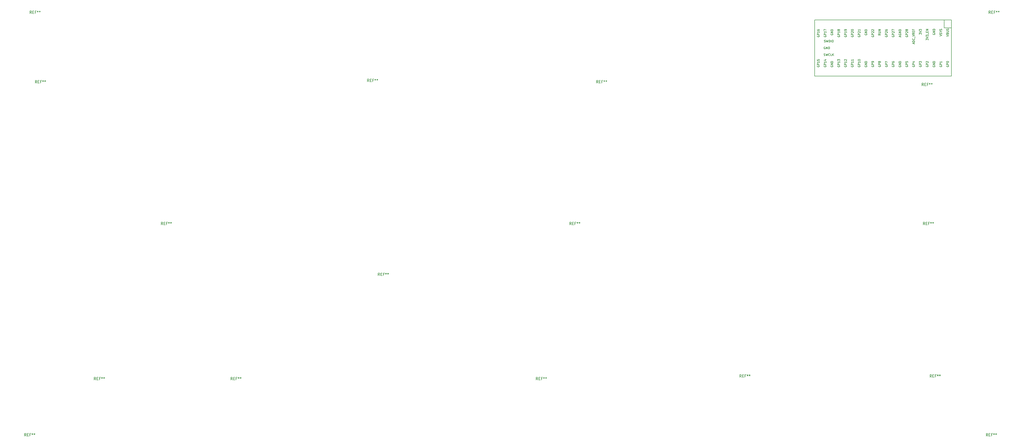
<source format=gto>
G04 #@! TF.GenerationSoftware,KiCad,Pcbnew,7.0.6*
G04 #@! TF.CreationDate,2023-11-12T21:08:56+01:00*
G04 #@! TF.ProjectId,main,6d61696e-2e6b-4696-9361-645f70636258,rev?*
G04 #@! TF.SameCoordinates,Original*
G04 #@! TF.FileFunction,Legend,Top*
G04 #@! TF.FilePolarity,Positive*
%FSLAX46Y46*%
G04 Gerber Fmt 4.6, Leading zero omitted, Abs format (unit mm)*
G04 Created by KiCad (PCBNEW 7.0.6) date 2023-11-12 21:08:56*
%MOMM*%
%LPD*%
G01*
G04 APERTURE LIST*
%ADD10C,0.150000*%
%ADD11C,2.200000*%
%ADD12C,1.701800*%
%ADD13C,3.000000*%
%ADD14C,3.987800*%
%ADD15C,3.048000*%
%ADD16C,1.600000*%
%ADD17O,1.700000X1.700000*%
%ADD18R,1.700000X1.700000*%
G04 APERTURE END LIST*
D10*
X33064166Y-53584819D02*
X32730833Y-53108628D01*
X32492738Y-53584819D02*
X32492738Y-52584819D01*
X32492738Y-52584819D02*
X32873690Y-52584819D01*
X32873690Y-52584819D02*
X32968928Y-52632438D01*
X32968928Y-52632438D02*
X33016547Y-52680057D01*
X33016547Y-52680057D02*
X33064166Y-52775295D01*
X33064166Y-52775295D02*
X33064166Y-52918152D01*
X33064166Y-52918152D02*
X33016547Y-53013390D01*
X33016547Y-53013390D02*
X32968928Y-53061009D01*
X32968928Y-53061009D02*
X32873690Y-53108628D01*
X32873690Y-53108628D02*
X32492738Y-53108628D01*
X33492738Y-53061009D02*
X33826071Y-53061009D01*
X33968928Y-53584819D02*
X33492738Y-53584819D01*
X33492738Y-53584819D02*
X33492738Y-52584819D01*
X33492738Y-52584819D02*
X33968928Y-52584819D01*
X34730833Y-53061009D02*
X34397500Y-53061009D01*
X34397500Y-53584819D02*
X34397500Y-52584819D01*
X34397500Y-52584819D02*
X34873690Y-52584819D01*
X35397500Y-52584819D02*
X35397500Y-52822914D01*
X35159405Y-52727676D02*
X35397500Y-52822914D01*
X35397500Y-52822914D02*
X35635595Y-52727676D01*
X35254643Y-53013390D02*
X35397500Y-52822914D01*
X35397500Y-52822914D02*
X35540357Y-53013390D01*
X36159405Y-52584819D02*
X36159405Y-52822914D01*
X35921310Y-52727676D02*
X36159405Y-52822914D01*
X36159405Y-52822914D02*
X36397500Y-52727676D01*
X36016548Y-53013390D02*
X36159405Y-52822914D01*
X36159405Y-52822914D02*
X36302262Y-53013390D01*
X220064166Y-164584819D02*
X219730833Y-164108628D01*
X219492738Y-164584819D02*
X219492738Y-163584819D01*
X219492738Y-163584819D02*
X219873690Y-163584819D01*
X219873690Y-163584819D02*
X219968928Y-163632438D01*
X219968928Y-163632438D02*
X220016547Y-163680057D01*
X220016547Y-163680057D02*
X220064166Y-163775295D01*
X220064166Y-163775295D02*
X220064166Y-163918152D01*
X220064166Y-163918152D02*
X220016547Y-164013390D01*
X220016547Y-164013390D02*
X219968928Y-164061009D01*
X219968928Y-164061009D02*
X219873690Y-164108628D01*
X219873690Y-164108628D02*
X219492738Y-164108628D01*
X220492738Y-164061009D02*
X220826071Y-164061009D01*
X220968928Y-164584819D02*
X220492738Y-164584819D01*
X220492738Y-164584819D02*
X220492738Y-163584819D01*
X220492738Y-163584819D02*
X220968928Y-163584819D01*
X221730833Y-164061009D02*
X221397500Y-164061009D01*
X221397500Y-164584819D02*
X221397500Y-163584819D01*
X221397500Y-163584819D02*
X221873690Y-163584819D01*
X222397500Y-163584819D02*
X222397500Y-163822914D01*
X222159405Y-163727676D02*
X222397500Y-163822914D01*
X222397500Y-163822914D02*
X222635595Y-163727676D01*
X222254643Y-164013390D02*
X222397500Y-163822914D01*
X222397500Y-163822914D02*
X222540357Y-164013390D01*
X223159405Y-163584819D02*
X223159405Y-163822914D01*
X222921310Y-163727676D02*
X223159405Y-163822914D01*
X223159405Y-163822914D02*
X223397500Y-163727676D01*
X223016548Y-164013390D02*
X223159405Y-163822914D01*
X223159405Y-163822914D02*
X223302262Y-164013390D01*
X242564166Y-53584819D02*
X242230833Y-53108628D01*
X241992738Y-53584819D02*
X241992738Y-52584819D01*
X241992738Y-52584819D02*
X242373690Y-52584819D01*
X242373690Y-52584819D02*
X242468928Y-52632438D01*
X242468928Y-52632438D02*
X242516547Y-52680057D01*
X242516547Y-52680057D02*
X242564166Y-52775295D01*
X242564166Y-52775295D02*
X242564166Y-52918152D01*
X242564166Y-52918152D02*
X242516547Y-53013390D01*
X242516547Y-53013390D02*
X242468928Y-53061009D01*
X242468928Y-53061009D02*
X242373690Y-53108628D01*
X242373690Y-53108628D02*
X241992738Y-53108628D01*
X242992738Y-53061009D02*
X243326071Y-53061009D01*
X243468928Y-53584819D02*
X242992738Y-53584819D01*
X242992738Y-53584819D02*
X242992738Y-52584819D01*
X242992738Y-52584819D02*
X243468928Y-52584819D01*
X244230833Y-53061009D02*
X243897500Y-53061009D01*
X243897500Y-53584819D02*
X243897500Y-52584819D01*
X243897500Y-52584819D02*
X244373690Y-52584819D01*
X244897500Y-52584819D02*
X244897500Y-52822914D01*
X244659405Y-52727676D02*
X244897500Y-52822914D01*
X244897500Y-52822914D02*
X245135595Y-52727676D01*
X244754643Y-53013390D02*
X244897500Y-52822914D01*
X244897500Y-52822914D02*
X245040357Y-53013390D01*
X245659405Y-52584819D02*
X245659405Y-52822914D01*
X245421310Y-52727676D02*
X245659405Y-52822914D01*
X245659405Y-52822914D02*
X245897500Y-52727676D01*
X245516548Y-53013390D02*
X245659405Y-52822914D01*
X245659405Y-52822914D02*
X245802262Y-53013390D01*
X55064166Y-164584819D02*
X54730833Y-164108628D01*
X54492738Y-164584819D02*
X54492738Y-163584819D01*
X54492738Y-163584819D02*
X54873690Y-163584819D01*
X54873690Y-163584819D02*
X54968928Y-163632438D01*
X54968928Y-163632438D02*
X55016547Y-163680057D01*
X55016547Y-163680057D02*
X55064166Y-163775295D01*
X55064166Y-163775295D02*
X55064166Y-163918152D01*
X55064166Y-163918152D02*
X55016547Y-164013390D01*
X55016547Y-164013390D02*
X54968928Y-164061009D01*
X54968928Y-164061009D02*
X54873690Y-164108628D01*
X54873690Y-164108628D02*
X54492738Y-164108628D01*
X55492738Y-164061009D02*
X55826071Y-164061009D01*
X55968928Y-164584819D02*
X55492738Y-164584819D01*
X55492738Y-164584819D02*
X55492738Y-163584819D01*
X55492738Y-163584819D02*
X55968928Y-163584819D01*
X56730833Y-164061009D02*
X56397500Y-164061009D01*
X56397500Y-164584819D02*
X56397500Y-163584819D01*
X56397500Y-163584819D02*
X56873690Y-163584819D01*
X57397500Y-163584819D02*
X57397500Y-163822914D01*
X57159405Y-163727676D02*
X57397500Y-163822914D01*
X57397500Y-163822914D02*
X57635595Y-163727676D01*
X57254643Y-164013390D02*
X57397500Y-163822914D01*
X57397500Y-163822914D02*
X57540357Y-164013390D01*
X58159405Y-163584819D02*
X58159405Y-163822914D01*
X57921310Y-163727676D02*
X58159405Y-163822914D01*
X58159405Y-163822914D02*
X58397500Y-163727676D01*
X58016548Y-164013390D02*
X58159405Y-163822914D01*
X58159405Y-163822914D02*
X58302262Y-164013390D01*
X106064166Y-164584819D02*
X105730833Y-164108628D01*
X105492738Y-164584819D02*
X105492738Y-163584819D01*
X105492738Y-163584819D02*
X105873690Y-163584819D01*
X105873690Y-163584819D02*
X105968928Y-163632438D01*
X105968928Y-163632438D02*
X106016547Y-163680057D01*
X106016547Y-163680057D02*
X106064166Y-163775295D01*
X106064166Y-163775295D02*
X106064166Y-163918152D01*
X106064166Y-163918152D02*
X106016547Y-164013390D01*
X106016547Y-164013390D02*
X105968928Y-164061009D01*
X105968928Y-164061009D02*
X105873690Y-164108628D01*
X105873690Y-164108628D02*
X105492738Y-164108628D01*
X106492738Y-164061009D02*
X106826071Y-164061009D01*
X106968928Y-164584819D02*
X106492738Y-164584819D01*
X106492738Y-164584819D02*
X106492738Y-163584819D01*
X106492738Y-163584819D02*
X106968928Y-163584819D01*
X107730833Y-164061009D02*
X107397500Y-164061009D01*
X107397500Y-164584819D02*
X107397500Y-163584819D01*
X107397500Y-163584819D02*
X107873690Y-163584819D01*
X108397500Y-163584819D02*
X108397500Y-163822914D01*
X108159405Y-163727676D02*
X108397500Y-163822914D01*
X108397500Y-163822914D02*
X108635595Y-163727676D01*
X108254643Y-164013390D02*
X108397500Y-163822914D01*
X108397500Y-163822914D02*
X108540357Y-164013390D01*
X109159405Y-163584819D02*
X109159405Y-163822914D01*
X108921310Y-163727676D02*
X109159405Y-163822914D01*
X109159405Y-163822914D02*
X109397500Y-163727676D01*
X109016548Y-164013390D02*
X109159405Y-163822914D01*
X109159405Y-163822914D02*
X109302262Y-164013390D01*
X364064166Y-54584819D02*
X363730833Y-54108628D01*
X363492738Y-54584819D02*
X363492738Y-53584819D01*
X363492738Y-53584819D02*
X363873690Y-53584819D01*
X363873690Y-53584819D02*
X363968928Y-53632438D01*
X363968928Y-53632438D02*
X364016547Y-53680057D01*
X364016547Y-53680057D02*
X364064166Y-53775295D01*
X364064166Y-53775295D02*
X364064166Y-53918152D01*
X364064166Y-53918152D02*
X364016547Y-54013390D01*
X364016547Y-54013390D02*
X363968928Y-54061009D01*
X363968928Y-54061009D02*
X363873690Y-54108628D01*
X363873690Y-54108628D02*
X363492738Y-54108628D01*
X364492738Y-54061009D02*
X364826071Y-54061009D01*
X364968928Y-54584819D02*
X364492738Y-54584819D01*
X364492738Y-54584819D02*
X364492738Y-53584819D01*
X364492738Y-53584819D02*
X364968928Y-53584819D01*
X365730833Y-54061009D02*
X365397500Y-54061009D01*
X365397500Y-54584819D02*
X365397500Y-53584819D01*
X365397500Y-53584819D02*
X365873690Y-53584819D01*
X366397500Y-53584819D02*
X366397500Y-53822914D01*
X366159405Y-53727676D02*
X366397500Y-53822914D01*
X366397500Y-53822914D02*
X366635595Y-53727676D01*
X366254643Y-54013390D02*
X366397500Y-53822914D01*
X366397500Y-53822914D02*
X366540357Y-54013390D01*
X367159405Y-53584819D02*
X367159405Y-53822914D01*
X366921310Y-53727676D02*
X367159405Y-53822914D01*
X367159405Y-53822914D02*
X367397500Y-53727676D01*
X367016548Y-54013390D02*
X367159405Y-53822914D01*
X367159405Y-53822914D02*
X367302262Y-54013390D01*
X296064166Y-163584819D02*
X295730833Y-163108628D01*
X295492738Y-163584819D02*
X295492738Y-162584819D01*
X295492738Y-162584819D02*
X295873690Y-162584819D01*
X295873690Y-162584819D02*
X295968928Y-162632438D01*
X295968928Y-162632438D02*
X296016547Y-162680057D01*
X296016547Y-162680057D02*
X296064166Y-162775295D01*
X296064166Y-162775295D02*
X296064166Y-162918152D01*
X296064166Y-162918152D02*
X296016547Y-163013390D01*
X296016547Y-163013390D02*
X295968928Y-163061009D01*
X295968928Y-163061009D02*
X295873690Y-163108628D01*
X295873690Y-163108628D02*
X295492738Y-163108628D01*
X296492738Y-163061009D02*
X296826071Y-163061009D01*
X296968928Y-163584819D02*
X296492738Y-163584819D01*
X296492738Y-163584819D02*
X296492738Y-162584819D01*
X296492738Y-162584819D02*
X296968928Y-162584819D01*
X297730833Y-163061009D02*
X297397500Y-163061009D01*
X297397500Y-163584819D02*
X297397500Y-162584819D01*
X297397500Y-162584819D02*
X297873690Y-162584819D01*
X298397500Y-162584819D02*
X298397500Y-162822914D01*
X298159405Y-162727676D02*
X298397500Y-162822914D01*
X298397500Y-162822914D02*
X298635595Y-162727676D01*
X298254643Y-163013390D02*
X298397500Y-162822914D01*
X298397500Y-162822914D02*
X298540357Y-163013390D01*
X299159405Y-162584819D02*
X299159405Y-162822914D01*
X298921310Y-162727676D02*
X299159405Y-162822914D01*
X299159405Y-162822914D02*
X299397500Y-162727676D01*
X299016548Y-163013390D02*
X299159405Y-162822914D01*
X299159405Y-162822914D02*
X299302262Y-163013390D01*
X389064166Y-27584819D02*
X388730833Y-27108628D01*
X388492738Y-27584819D02*
X388492738Y-26584819D01*
X388492738Y-26584819D02*
X388873690Y-26584819D01*
X388873690Y-26584819D02*
X388968928Y-26632438D01*
X388968928Y-26632438D02*
X389016547Y-26680057D01*
X389016547Y-26680057D02*
X389064166Y-26775295D01*
X389064166Y-26775295D02*
X389064166Y-26918152D01*
X389064166Y-26918152D02*
X389016547Y-27013390D01*
X389016547Y-27013390D02*
X388968928Y-27061009D01*
X388968928Y-27061009D02*
X388873690Y-27108628D01*
X388873690Y-27108628D02*
X388492738Y-27108628D01*
X389492738Y-27061009D02*
X389826071Y-27061009D01*
X389968928Y-27584819D02*
X389492738Y-27584819D01*
X389492738Y-27584819D02*
X389492738Y-26584819D01*
X389492738Y-26584819D02*
X389968928Y-26584819D01*
X390730833Y-27061009D02*
X390397500Y-27061009D01*
X390397500Y-27584819D02*
X390397500Y-26584819D01*
X390397500Y-26584819D02*
X390873690Y-26584819D01*
X391397500Y-26584819D02*
X391397500Y-26822914D01*
X391159405Y-26727676D02*
X391397500Y-26822914D01*
X391397500Y-26822914D02*
X391635595Y-26727676D01*
X391254643Y-27013390D02*
X391397500Y-26822914D01*
X391397500Y-26822914D02*
X391540357Y-27013390D01*
X392159405Y-26584819D02*
X392159405Y-26822914D01*
X391921310Y-26727676D02*
X392159405Y-26822914D01*
X392159405Y-26822914D02*
X392397500Y-26727676D01*
X392016548Y-27013390D02*
X392159405Y-26822914D01*
X392159405Y-26822914D02*
X392302262Y-27013390D01*
X161064166Y-125584819D02*
X160730833Y-125108628D01*
X160492738Y-125584819D02*
X160492738Y-124584819D01*
X160492738Y-124584819D02*
X160873690Y-124584819D01*
X160873690Y-124584819D02*
X160968928Y-124632438D01*
X160968928Y-124632438D02*
X161016547Y-124680057D01*
X161016547Y-124680057D02*
X161064166Y-124775295D01*
X161064166Y-124775295D02*
X161064166Y-124918152D01*
X161064166Y-124918152D02*
X161016547Y-125013390D01*
X161016547Y-125013390D02*
X160968928Y-125061009D01*
X160968928Y-125061009D02*
X160873690Y-125108628D01*
X160873690Y-125108628D02*
X160492738Y-125108628D01*
X161492738Y-125061009D02*
X161826071Y-125061009D01*
X161968928Y-125584819D02*
X161492738Y-125584819D01*
X161492738Y-125584819D02*
X161492738Y-124584819D01*
X161492738Y-124584819D02*
X161968928Y-124584819D01*
X162730833Y-125061009D02*
X162397500Y-125061009D01*
X162397500Y-125584819D02*
X162397500Y-124584819D01*
X162397500Y-124584819D02*
X162873690Y-124584819D01*
X163397500Y-124584819D02*
X163397500Y-124822914D01*
X163159405Y-124727676D02*
X163397500Y-124822914D01*
X163397500Y-124822914D02*
X163635595Y-124727676D01*
X163254643Y-125013390D02*
X163397500Y-124822914D01*
X163397500Y-124822914D02*
X163540357Y-125013390D01*
X164159405Y-124584819D02*
X164159405Y-124822914D01*
X163921310Y-124727676D02*
X164159405Y-124822914D01*
X164159405Y-124822914D02*
X164397500Y-124727676D01*
X164016548Y-125013390D02*
X164159405Y-124822914D01*
X164159405Y-124822914D02*
X164302262Y-125013390D01*
X388064166Y-185584819D02*
X387730833Y-185108628D01*
X387492738Y-185584819D02*
X387492738Y-184584819D01*
X387492738Y-184584819D02*
X387873690Y-184584819D01*
X387873690Y-184584819D02*
X387968928Y-184632438D01*
X387968928Y-184632438D02*
X388016547Y-184680057D01*
X388016547Y-184680057D02*
X388064166Y-184775295D01*
X388064166Y-184775295D02*
X388064166Y-184918152D01*
X388064166Y-184918152D02*
X388016547Y-185013390D01*
X388016547Y-185013390D02*
X387968928Y-185061009D01*
X387968928Y-185061009D02*
X387873690Y-185108628D01*
X387873690Y-185108628D02*
X387492738Y-185108628D01*
X388492738Y-185061009D02*
X388826071Y-185061009D01*
X388968928Y-185584819D02*
X388492738Y-185584819D01*
X388492738Y-185584819D02*
X388492738Y-184584819D01*
X388492738Y-184584819D02*
X388968928Y-184584819D01*
X389730833Y-185061009D02*
X389397500Y-185061009D01*
X389397500Y-185584819D02*
X389397500Y-184584819D01*
X389397500Y-184584819D02*
X389873690Y-184584819D01*
X390397500Y-184584819D02*
X390397500Y-184822914D01*
X390159405Y-184727676D02*
X390397500Y-184822914D01*
X390397500Y-184822914D02*
X390635595Y-184727676D01*
X390254643Y-185013390D02*
X390397500Y-184822914D01*
X390397500Y-184822914D02*
X390540357Y-185013390D01*
X391159405Y-184584819D02*
X391159405Y-184822914D01*
X390921310Y-184727676D02*
X391159405Y-184822914D01*
X391159405Y-184822914D02*
X391397500Y-184727676D01*
X391016548Y-185013390D02*
X391159405Y-184822914D01*
X391159405Y-184822914D02*
X391302262Y-185013390D01*
X80064166Y-106584819D02*
X79730833Y-106108628D01*
X79492738Y-106584819D02*
X79492738Y-105584819D01*
X79492738Y-105584819D02*
X79873690Y-105584819D01*
X79873690Y-105584819D02*
X79968928Y-105632438D01*
X79968928Y-105632438D02*
X80016547Y-105680057D01*
X80016547Y-105680057D02*
X80064166Y-105775295D01*
X80064166Y-105775295D02*
X80064166Y-105918152D01*
X80064166Y-105918152D02*
X80016547Y-106013390D01*
X80016547Y-106013390D02*
X79968928Y-106061009D01*
X79968928Y-106061009D02*
X79873690Y-106108628D01*
X79873690Y-106108628D02*
X79492738Y-106108628D01*
X80492738Y-106061009D02*
X80826071Y-106061009D01*
X80968928Y-106584819D02*
X80492738Y-106584819D01*
X80492738Y-106584819D02*
X80492738Y-105584819D01*
X80492738Y-105584819D02*
X80968928Y-105584819D01*
X81730833Y-106061009D02*
X81397500Y-106061009D01*
X81397500Y-106584819D02*
X81397500Y-105584819D01*
X81397500Y-105584819D02*
X81873690Y-105584819D01*
X82397500Y-105584819D02*
X82397500Y-105822914D01*
X82159405Y-105727676D02*
X82397500Y-105822914D01*
X82397500Y-105822914D02*
X82635595Y-105727676D01*
X82254643Y-106013390D02*
X82397500Y-105822914D01*
X82397500Y-105822914D02*
X82540357Y-106013390D01*
X83159405Y-105584819D02*
X83159405Y-105822914D01*
X82921310Y-105727676D02*
X83159405Y-105822914D01*
X83159405Y-105822914D02*
X83397500Y-105727676D01*
X83016548Y-106013390D02*
X83159405Y-105822914D01*
X83159405Y-105822914D02*
X83302262Y-106013390D01*
X157064166Y-53084819D02*
X156730833Y-52608628D01*
X156492738Y-53084819D02*
X156492738Y-52084819D01*
X156492738Y-52084819D02*
X156873690Y-52084819D01*
X156873690Y-52084819D02*
X156968928Y-52132438D01*
X156968928Y-52132438D02*
X157016547Y-52180057D01*
X157016547Y-52180057D02*
X157064166Y-52275295D01*
X157064166Y-52275295D02*
X157064166Y-52418152D01*
X157064166Y-52418152D02*
X157016547Y-52513390D01*
X157016547Y-52513390D02*
X156968928Y-52561009D01*
X156968928Y-52561009D02*
X156873690Y-52608628D01*
X156873690Y-52608628D02*
X156492738Y-52608628D01*
X157492738Y-52561009D02*
X157826071Y-52561009D01*
X157968928Y-53084819D02*
X157492738Y-53084819D01*
X157492738Y-53084819D02*
X157492738Y-52084819D01*
X157492738Y-52084819D02*
X157968928Y-52084819D01*
X158730833Y-52561009D02*
X158397500Y-52561009D01*
X158397500Y-53084819D02*
X158397500Y-52084819D01*
X158397500Y-52084819D02*
X158873690Y-52084819D01*
X159397500Y-52084819D02*
X159397500Y-52322914D01*
X159159405Y-52227676D02*
X159397500Y-52322914D01*
X159397500Y-52322914D02*
X159635595Y-52227676D01*
X159254643Y-52513390D02*
X159397500Y-52322914D01*
X159397500Y-52322914D02*
X159540357Y-52513390D01*
X160159405Y-52084819D02*
X160159405Y-52322914D01*
X159921310Y-52227676D02*
X160159405Y-52322914D01*
X160159405Y-52322914D02*
X160397500Y-52227676D01*
X160016548Y-52513390D02*
X160159405Y-52322914D01*
X160159405Y-52322914D02*
X160302262Y-52513390D01*
X364564166Y-106584819D02*
X364230833Y-106108628D01*
X363992738Y-106584819D02*
X363992738Y-105584819D01*
X363992738Y-105584819D02*
X364373690Y-105584819D01*
X364373690Y-105584819D02*
X364468928Y-105632438D01*
X364468928Y-105632438D02*
X364516547Y-105680057D01*
X364516547Y-105680057D02*
X364564166Y-105775295D01*
X364564166Y-105775295D02*
X364564166Y-105918152D01*
X364564166Y-105918152D02*
X364516547Y-106013390D01*
X364516547Y-106013390D02*
X364468928Y-106061009D01*
X364468928Y-106061009D02*
X364373690Y-106108628D01*
X364373690Y-106108628D02*
X363992738Y-106108628D01*
X364992738Y-106061009D02*
X365326071Y-106061009D01*
X365468928Y-106584819D02*
X364992738Y-106584819D01*
X364992738Y-106584819D02*
X364992738Y-105584819D01*
X364992738Y-105584819D02*
X365468928Y-105584819D01*
X366230833Y-106061009D02*
X365897500Y-106061009D01*
X365897500Y-106584819D02*
X365897500Y-105584819D01*
X365897500Y-105584819D02*
X366373690Y-105584819D01*
X366897500Y-105584819D02*
X366897500Y-105822914D01*
X366659405Y-105727676D02*
X366897500Y-105822914D01*
X366897500Y-105822914D02*
X367135595Y-105727676D01*
X366754643Y-106013390D02*
X366897500Y-105822914D01*
X366897500Y-105822914D02*
X367040357Y-106013390D01*
X367659405Y-105584819D02*
X367659405Y-105822914D01*
X367421310Y-105727676D02*
X367659405Y-105822914D01*
X367659405Y-105822914D02*
X367897500Y-105727676D01*
X367516548Y-106013390D02*
X367659405Y-105822914D01*
X367659405Y-105822914D02*
X367802262Y-106013390D01*
X31064166Y-27584819D02*
X30730833Y-27108628D01*
X30492738Y-27584819D02*
X30492738Y-26584819D01*
X30492738Y-26584819D02*
X30873690Y-26584819D01*
X30873690Y-26584819D02*
X30968928Y-26632438D01*
X30968928Y-26632438D02*
X31016547Y-26680057D01*
X31016547Y-26680057D02*
X31064166Y-26775295D01*
X31064166Y-26775295D02*
X31064166Y-26918152D01*
X31064166Y-26918152D02*
X31016547Y-27013390D01*
X31016547Y-27013390D02*
X30968928Y-27061009D01*
X30968928Y-27061009D02*
X30873690Y-27108628D01*
X30873690Y-27108628D02*
X30492738Y-27108628D01*
X31492738Y-27061009D02*
X31826071Y-27061009D01*
X31968928Y-27584819D02*
X31492738Y-27584819D01*
X31492738Y-27584819D02*
X31492738Y-26584819D01*
X31492738Y-26584819D02*
X31968928Y-26584819D01*
X32730833Y-27061009D02*
X32397500Y-27061009D01*
X32397500Y-27584819D02*
X32397500Y-26584819D01*
X32397500Y-26584819D02*
X32873690Y-26584819D01*
X33397500Y-26584819D02*
X33397500Y-26822914D01*
X33159405Y-26727676D02*
X33397500Y-26822914D01*
X33397500Y-26822914D02*
X33635595Y-26727676D01*
X33254643Y-27013390D02*
X33397500Y-26822914D01*
X33397500Y-26822914D02*
X33540357Y-27013390D01*
X34159405Y-26584819D02*
X34159405Y-26822914D01*
X33921310Y-26727676D02*
X34159405Y-26822914D01*
X34159405Y-26822914D02*
X34397500Y-26727676D01*
X34016548Y-27013390D02*
X34159405Y-26822914D01*
X34159405Y-26822914D02*
X34302262Y-27013390D01*
X367064166Y-163584819D02*
X366730833Y-163108628D01*
X366492738Y-163584819D02*
X366492738Y-162584819D01*
X366492738Y-162584819D02*
X366873690Y-162584819D01*
X366873690Y-162584819D02*
X366968928Y-162632438D01*
X366968928Y-162632438D02*
X367016547Y-162680057D01*
X367016547Y-162680057D02*
X367064166Y-162775295D01*
X367064166Y-162775295D02*
X367064166Y-162918152D01*
X367064166Y-162918152D02*
X367016547Y-163013390D01*
X367016547Y-163013390D02*
X366968928Y-163061009D01*
X366968928Y-163061009D02*
X366873690Y-163108628D01*
X366873690Y-163108628D02*
X366492738Y-163108628D01*
X367492738Y-163061009D02*
X367826071Y-163061009D01*
X367968928Y-163584819D02*
X367492738Y-163584819D01*
X367492738Y-163584819D02*
X367492738Y-162584819D01*
X367492738Y-162584819D02*
X367968928Y-162584819D01*
X368730833Y-163061009D02*
X368397500Y-163061009D01*
X368397500Y-163584819D02*
X368397500Y-162584819D01*
X368397500Y-162584819D02*
X368873690Y-162584819D01*
X369397500Y-162584819D02*
X369397500Y-162822914D01*
X369159405Y-162727676D02*
X369397500Y-162822914D01*
X369397500Y-162822914D02*
X369635595Y-162727676D01*
X369254643Y-163013390D02*
X369397500Y-162822914D01*
X369397500Y-162822914D02*
X369540357Y-163013390D01*
X370159405Y-162584819D02*
X370159405Y-162822914D01*
X369921310Y-162727676D02*
X370159405Y-162822914D01*
X370159405Y-162822914D02*
X370397500Y-162727676D01*
X370016548Y-163013390D02*
X370159405Y-162822914D01*
X370159405Y-162822914D02*
X370302262Y-163013390D01*
X29064166Y-185584819D02*
X28730833Y-185108628D01*
X28492738Y-185584819D02*
X28492738Y-184584819D01*
X28492738Y-184584819D02*
X28873690Y-184584819D01*
X28873690Y-184584819D02*
X28968928Y-184632438D01*
X28968928Y-184632438D02*
X29016547Y-184680057D01*
X29016547Y-184680057D02*
X29064166Y-184775295D01*
X29064166Y-184775295D02*
X29064166Y-184918152D01*
X29064166Y-184918152D02*
X29016547Y-185013390D01*
X29016547Y-185013390D02*
X28968928Y-185061009D01*
X28968928Y-185061009D02*
X28873690Y-185108628D01*
X28873690Y-185108628D02*
X28492738Y-185108628D01*
X29492738Y-185061009D02*
X29826071Y-185061009D01*
X29968928Y-185584819D02*
X29492738Y-185584819D01*
X29492738Y-185584819D02*
X29492738Y-184584819D01*
X29492738Y-184584819D02*
X29968928Y-184584819D01*
X30730833Y-185061009D02*
X30397500Y-185061009D01*
X30397500Y-185584819D02*
X30397500Y-184584819D01*
X30397500Y-184584819D02*
X30873690Y-184584819D01*
X31397500Y-184584819D02*
X31397500Y-184822914D01*
X31159405Y-184727676D02*
X31397500Y-184822914D01*
X31397500Y-184822914D02*
X31635595Y-184727676D01*
X31254643Y-185013390D02*
X31397500Y-184822914D01*
X31397500Y-184822914D02*
X31540357Y-185013390D01*
X32159405Y-184584819D02*
X32159405Y-184822914D01*
X31921310Y-184727676D02*
X32159405Y-184822914D01*
X32159405Y-184822914D02*
X32397500Y-184727676D01*
X32016548Y-185013390D02*
X32159405Y-184822914D01*
X32159405Y-184822914D02*
X32302262Y-185013390D01*
X232564166Y-106584819D02*
X232230833Y-106108628D01*
X231992738Y-106584819D02*
X231992738Y-105584819D01*
X231992738Y-105584819D02*
X232373690Y-105584819D01*
X232373690Y-105584819D02*
X232468928Y-105632438D01*
X232468928Y-105632438D02*
X232516547Y-105680057D01*
X232516547Y-105680057D02*
X232564166Y-105775295D01*
X232564166Y-105775295D02*
X232564166Y-105918152D01*
X232564166Y-105918152D02*
X232516547Y-106013390D01*
X232516547Y-106013390D02*
X232468928Y-106061009D01*
X232468928Y-106061009D02*
X232373690Y-106108628D01*
X232373690Y-106108628D02*
X231992738Y-106108628D01*
X232992738Y-106061009D02*
X233326071Y-106061009D01*
X233468928Y-106584819D02*
X232992738Y-106584819D01*
X232992738Y-106584819D02*
X232992738Y-105584819D01*
X232992738Y-105584819D02*
X233468928Y-105584819D01*
X234230833Y-106061009D02*
X233897500Y-106061009D01*
X233897500Y-106584819D02*
X233897500Y-105584819D01*
X233897500Y-105584819D02*
X234373690Y-105584819D01*
X234897500Y-105584819D02*
X234897500Y-105822914D01*
X234659405Y-105727676D02*
X234897500Y-105822914D01*
X234897500Y-105822914D02*
X235135595Y-105727676D01*
X234754643Y-106013390D02*
X234897500Y-105822914D01*
X234897500Y-105822914D02*
X235040357Y-106013390D01*
X235659405Y-105584819D02*
X235659405Y-105822914D01*
X235421310Y-105727676D02*
X235659405Y-105822914D01*
X235659405Y-105822914D02*
X235897500Y-105727676D01*
X235516548Y-106013390D02*
X235659405Y-105822914D01*
X235659405Y-105822914D02*
X235802262Y-106013390D01*
X342217890Y-35159523D02*
X342179795Y-35235713D01*
X342179795Y-35235713D02*
X342179795Y-35349999D01*
X342179795Y-35349999D02*
X342217890Y-35464285D01*
X342217890Y-35464285D02*
X342294080Y-35540475D01*
X342294080Y-35540475D02*
X342370271Y-35578570D01*
X342370271Y-35578570D02*
X342522652Y-35616666D01*
X342522652Y-35616666D02*
X342636938Y-35616666D01*
X342636938Y-35616666D02*
X342789319Y-35578570D01*
X342789319Y-35578570D02*
X342865509Y-35540475D01*
X342865509Y-35540475D02*
X342941700Y-35464285D01*
X342941700Y-35464285D02*
X342979795Y-35349999D01*
X342979795Y-35349999D02*
X342979795Y-35273808D01*
X342979795Y-35273808D02*
X342941700Y-35159523D01*
X342941700Y-35159523D02*
X342903604Y-35121427D01*
X342903604Y-35121427D02*
X342636938Y-35121427D01*
X342636938Y-35121427D02*
X342636938Y-35273808D01*
X342979795Y-34778570D02*
X342179795Y-34778570D01*
X342179795Y-34778570D02*
X342979795Y-34321427D01*
X342979795Y-34321427D02*
X342179795Y-34321427D01*
X342979795Y-33940475D02*
X342179795Y-33940475D01*
X342179795Y-33940475D02*
X342179795Y-33749999D01*
X342179795Y-33749999D02*
X342217890Y-33635713D01*
X342217890Y-33635713D02*
X342294080Y-33559523D01*
X342294080Y-33559523D02*
X342370271Y-33521428D01*
X342370271Y-33521428D02*
X342522652Y-33483332D01*
X342522652Y-33483332D02*
X342636938Y-33483332D01*
X342636938Y-33483332D02*
X342789319Y-33521428D01*
X342789319Y-33521428D02*
X342865509Y-33559523D01*
X342865509Y-33559523D02*
X342941700Y-33635713D01*
X342941700Y-33635713D02*
X342979795Y-33749999D01*
X342979795Y-33749999D02*
X342979795Y-33940475D01*
X365039795Y-37476190D02*
X365039795Y-36980952D01*
X365039795Y-36980952D02*
X365344557Y-37247618D01*
X365344557Y-37247618D02*
X365344557Y-37133333D01*
X365344557Y-37133333D02*
X365382652Y-37057142D01*
X365382652Y-37057142D02*
X365420747Y-37019047D01*
X365420747Y-37019047D02*
X365496938Y-36980952D01*
X365496938Y-36980952D02*
X365687414Y-36980952D01*
X365687414Y-36980952D02*
X365763604Y-37019047D01*
X365763604Y-37019047D02*
X365801700Y-37057142D01*
X365801700Y-37057142D02*
X365839795Y-37133333D01*
X365839795Y-37133333D02*
X365839795Y-37361904D01*
X365839795Y-37361904D02*
X365801700Y-37438095D01*
X365801700Y-37438095D02*
X365763604Y-37476190D01*
X365039795Y-36752380D02*
X365839795Y-36485713D01*
X365839795Y-36485713D02*
X365039795Y-36219047D01*
X365039795Y-36028571D02*
X365039795Y-35533333D01*
X365039795Y-35533333D02*
X365344557Y-35799999D01*
X365344557Y-35799999D02*
X365344557Y-35685714D01*
X365344557Y-35685714D02*
X365382652Y-35609523D01*
X365382652Y-35609523D02*
X365420747Y-35571428D01*
X365420747Y-35571428D02*
X365496938Y-35533333D01*
X365496938Y-35533333D02*
X365687414Y-35533333D01*
X365687414Y-35533333D02*
X365763604Y-35571428D01*
X365763604Y-35571428D02*
X365801700Y-35609523D01*
X365801700Y-35609523D02*
X365839795Y-35685714D01*
X365839795Y-35685714D02*
X365839795Y-35914285D01*
X365839795Y-35914285D02*
X365801700Y-35990476D01*
X365801700Y-35990476D02*
X365763604Y-36028571D01*
X365915985Y-35380952D02*
X365915985Y-34771428D01*
X365420747Y-34580951D02*
X365420747Y-34314285D01*
X365839795Y-34199999D02*
X365839795Y-34580951D01*
X365839795Y-34580951D02*
X365039795Y-34580951D01*
X365039795Y-34580951D02*
X365039795Y-34199999D01*
X365839795Y-33857141D02*
X365039795Y-33857141D01*
X365039795Y-33857141D02*
X365839795Y-33399998D01*
X365839795Y-33399998D02*
X365039795Y-33399998D01*
X324437890Y-47082381D02*
X324399795Y-47158571D01*
X324399795Y-47158571D02*
X324399795Y-47272857D01*
X324399795Y-47272857D02*
X324437890Y-47387143D01*
X324437890Y-47387143D02*
X324514080Y-47463333D01*
X324514080Y-47463333D02*
X324590271Y-47501428D01*
X324590271Y-47501428D02*
X324742652Y-47539524D01*
X324742652Y-47539524D02*
X324856938Y-47539524D01*
X324856938Y-47539524D02*
X325009319Y-47501428D01*
X325009319Y-47501428D02*
X325085509Y-47463333D01*
X325085509Y-47463333D02*
X325161700Y-47387143D01*
X325161700Y-47387143D02*
X325199795Y-47272857D01*
X325199795Y-47272857D02*
X325199795Y-47196666D01*
X325199795Y-47196666D02*
X325161700Y-47082381D01*
X325161700Y-47082381D02*
X325123604Y-47044285D01*
X325123604Y-47044285D02*
X324856938Y-47044285D01*
X324856938Y-47044285D02*
X324856938Y-47196666D01*
X325199795Y-46701428D02*
X324399795Y-46701428D01*
X324399795Y-46701428D02*
X324399795Y-46396666D01*
X324399795Y-46396666D02*
X324437890Y-46320476D01*
X324437890Y-46320476D02*
X324475985Y-46282381D01*
X324475985Y-46282381D02*
X324552176Y-46244285D01*
X324552176Y-46244285D02*
X324666461Y-46244285D01*
X324666461Y-46244285D02*
X324742652Y-46282381D01*
X324742652Y-46282381D02*
X324780747Y-46320476D01*
X324780747Y-46320476D02*
X324818842Y-46396666D01*
X324818842Y-46396666D02*
X324818842Y-46701428D01*
X325199795Y-45482381D02*
X325199795Y-45939524D01*
X325199795Y-45710952D02*
X324399795Y-45710952D01*
X324399795Y-45710952D02*
X324514080Y-45787143D01*
X324514080Y-45787143D02*
X324590271Y-45863333D01*
X324590271Y-45863333D02*
X324628366Y-45939524D01*
X324399795Y-44758571D02*
X324399795Y-45139523D01*
X324399795Y-45139523D02*
X324780747Y-45177619D01*
X324780747Y-45177619D02*
X324742652Y-45139523D01*
X324742652Y-45139523D02*
X324704557Y-45063333D01*
X324704557Y-45063333D02*
X324704557Y-44872857D01*
X324704557Y-44872857D02*
X324742652Y-44796666D01*
X324742652Y-44796666D02*
X324780747Y-44758571D01*
X324780747Y-44758571D02*
X324856938Y-44720476D01*
X324856938Y-44720476D02*
X325047414Y-44720476D01*
X325047414Y-44720476D02*
X325123604Y-44758571D01*
X325123604Y-44758571D02*
X325161700Y-44796666D01*
X325161700Y-44796666D02*
X325199795Y-44872857D01*
X325199795Y-44872857D02*
X325199795Y-45063333D01*
X325199795Y-45063333D02*
X325161700Y-45139523D01*
X325161700Y-45139523D02*
X325123604Y-45177619D01*
X344757890Y-35852381D02*
X344719795Y-35928571D01*
X344719795Y-35928571D02*
X344719795Y-36042857D01*
X344719795Y-36042857D02*
X344757890Y-36157143D01*
X344757890Y-36157143D02*
X344834080Y-36233333D01*
X344834080Y-36233333D02*
X344910271Y-36271428D01*
X344910271Y-36271428D02*
X345062652Y-36309524D01*
X345062652Y-36309524D02*
X345176938Y-36309524D01*
X345176938Y-36309524D02*
X345329319Y-36271428D01*
X345329319Y-36271428D02*
X345405509Y-36233333D01*
X345405509Y-36233333D02*
X345481700Y-36157143D01*
X345481700Y-36157143D02*
X345519795Y-36042857D01*
X345519795Y-36042857D02*
X345519795Y-35966666D01*
X345519795Y-35966666D02*
X345481700Y-35852381D01*
X345481700Y-35852381D02*
X345443604Y-35814285D01*
X345443604Y-35814285D02*
X345176938Y-35814285D01*
X345176938Y-35814285D02*
X345176938Y-35966666D01*
X345519795Y-35471428D02*
X344719795Y-35471428D01*
X344719795Y-35471428D02*
X344719795Y-35166666D01*
X344719795Y-35166666D02*
X344757890Y-35090476D01*
X344757890Y-35090476D02*
X344795985Y-35052381D01*
X344795985Y-35052381D02*
X344872176Y-35014285D01*
X344872176Y-35014285D02*
X344986461Y-35014285D01*
X344986461Y-35014285D02*
X345062652Y-35052381D01*
X345062652Y-35052381D02*
X345100747Y-35090476D01*
X345100747Y-35090476D02*
X345138842Y-35166666D01*
X345138842Y-35166666D02*
X345138842Y-35471428D01*
X344795985Y-34709524D02*
X344757890Y-34671428D01*
X344757890Y-34671428D02*
X344719795Y-34595238D01*
X344719795Y-34595238D02*
X344719795Y-34404762D01*
X344719795Y-34404762D02*
X344757890Y-34328571D01*
X344757890Y-34328571D02*
X344795985Y-34290476D01*
X344795985Y-34290476D02*
X344872176Y-34252381D01*
X344872176Y-34252381D02*
X344948366Y-34252381D01*
X344948366Y-34252381D02*
X345062652Y-34290476D01*
X345062652Y-34290476D02*
X345519795Y-34747619D01*
X345519795Y-34747619D02*
X345519795Y-34252381D01*
X344795985Y-33947619D02*
X344757890Y-33909523D01*
X344757890Y-33909523D02*
X344719795Y-33833333D01*
X344719795Y-33833333D02*
X344719795Y-33642857D01*
X344719795Y-33642857D02*
X344757890Y-33566666D01*
X344757890Y-33566666D02*
X344795985Y-33528571D01*
X344795985Y-33528571D02*
X344872176Y-33490476D01*
X344872176Y-33490476D02*
X344948366Y-33490476D01*
X344948366Y-33490476D02*
X345062652Y-33528571D01*
X345062652Y-33528571D02*
X345519795Y-33985714D01*
X345519795Y-33985714D02*
X345519795Y-33490476D01*
X327357976Y-40040390D02*
X327281786Y-40002295D01*
X327281786Y-40002295D02*
X327167500Y-40002295D01*
X327167500Y-40002295D02*
X327053214Y-40040390D01*
X327053214Y-40040390D02*
X326977024Y-40116580D01*
X326977024Y-40116580D02*
X326938929Y-40192771D01*
X326938929Y-40192771D02*
X326900833Y-40345152D01*
X326900833Y-40345152D02*
X326900833Y-40459438D01*
X326900833Y-40459438D02*
X326938929Y-40611819D01*
X326938929Y-40611819D02*
X326977024Y-40688009D01*
X326977024Y-40688009D02*
X327053214Y-40764200D01*
X327053214Y-40764200D02*
X327167500Y-40802295D01*
X327167500Y-40802295D02*
X327243691Y-40802295D01*
X327243691Y-40802295D02*
X327357976Y-40764200D01*
X327357976Y-40764200D02*
X327396072Y-40726104D01*
X327396072Y-40726104D02*
X327396072Y-40459438D01*
X327396072Y-40459438D02*
X327243691Y-40459438D01*
X327738929Y-40802295D02*
X327738929Y-40002295D01*
X327738929Y-40002295D02*
X328196072Y-40802295D01*
X328196072Y-40802295D02*
X328196072Y-40002295D01*
X328577024Y-40802295D02*
X328577024Y-40002295D01*
X328577024Y-40002295D02*
X328767500Y-40002295D01*
X328767500Y-40002295D02*
X328881786Y-40040390D01*
X328881786Y-40040390D02*
X328957976Y-40116580D01*
X328957976Y-40116580D02*
X328996071Y-40192771D01*
X328996071Y-40192771D02*
X329034167Y-40345152D01*
X329034167Y-40345152D02*
X329034167Y-40459438D01*
X329034167Y-40459438D02*
X328996071Y-40611819D01*
X328996071Y-40611819D02*
X328957976Y-40688009D01*
X328957976Y-40688009D02*
X328881786Y-40764200D01*
X328881786Y-40764200D02*
X328767500Y-40802295D01*
X328767500Y-40802295D02*
X328577024Y-40802295D01*
X329517890Y-35159523D02*
X329479795Y-35235713D01*
X329479795Y-35235713D02*
X329479795Y-35349999D01*
X329479795Y-35349999D02*
X329517890Y-35464285D01*
X329517890Y-35464285D02*
X329594080Y-35540475D01*
X329594080Y-35540475D02*
X329670271Y-35578570D01*
X329670271Y-35578570D02*
X329822652Y-35616666D01*
X329822652Y-35616666D02*
X329936938Y-35616666D01*
X329936938Y-35616666D02*
X330089319Y-35578570D01*
X330089319Y-35578570D02*
X330165509Y-35540475D01*
X330165509Y-35540475D02*
X330241700Y-35464285D01*
X330241700Y-35464285D02*
X330279795Y-35349999D01*
X330279795Y-35349999D02*
X330279795Y-35273808D01*
X330279795Y-35273808D02*
X330241700Y-35159523D01*
X330241700Y-35159523D02*
X330203604Y-35121427D01*
X330203604Y-35121427D02*
X329936938Y-35121427D01*
X329936938Y-35121427D02*
X329936938Y-35273808D01*
X330279795Y-34778570D02*
X329479795Y-34778570D01*
X329479795Y-34778570D02*
X330279795Y-34321427D01*
X330279795Y-34321427D02*
X329479795Y-34321427D01*
X330279795Y-33940475D02*
X329479795Y-33940475D01*
X329479795Y-33940475D02*
X329479795Y-33749999D01*
X329479795Y-33749999D02*
X329517890Y-33635713D01*
X329517890Y-33635713D02*
X329594080Y-33559523D01*
X329594080Y-33559523D02*
X329670271Y-33521428D01*
X329670271Y-33521428D02*
X329822652Y-33483332D01*
X329822652Y-33483332D02*
X329936938Y-33483332D01*
X329936938Y-33483332D02*
X330089319Y-33521428D01*
X330089319Y-33521428D02*
X330165509Y-33559523D01*
X330165509Y-33559523D02*
X330241700Y-33635713D01*
X330241700Y-33635713D02*
X330279795Y-33749999D01*
X330279795Y-33749999D02*
X330279795Y-33940475D01*
X337137890Y-35852381D02*
X337099795Y-35928571D01*
X337099795Y-35928571D02*
X337099795Y-36042857D01*
X337099795Y-36042857D02*
X337137890Y-36157143D01*
X337137890Y-36157143D02*
X337214080Y-36233333D01*
X337214080Y-36233333D02*
X337290271Y-36271428D01*
X337290271Y-36271428D02*
X337442652Y-36309524D01*
X337442652Y-36309524D02*
X337556938Y-36309524D01*
X337556938Y-36309524D02*
X337709319Y-36271428D01*
X337709319Y-36271428D02*
X337785509Y-36233333D01*
X337785509Y-36233333D02*
X337861700Y-36157143D01*
X337861700Y-36157143D02*
X337899795Y-36042857D01*
X337899795Y-36042857D02*
X337899795Y-35966666D01*
X337899795Y-35966666D02*
X337861700Y-35852381D01*
X337861700Y-35852381D02*
X337823604Y-35814285D01*
X337823604Y-35814285D02*
X337556938Y-35814285D01*
X337556938Y-35814285D02*
X337556938Y-35966666D01*
X337899795Y-35471428D02*
X337099795Y-35471428D01*
X337099795Y-35471428D02*
X337099795Y-35166666D01*
X337099795Y-35166666D02*
X337137890Y-35090476D01*
X337137890Y-35090476D02*
X337175985Y-35052381D01*
X337175985Y-35052381D02*
X337252176Y-35014285D01*
X337252176Y-35014285D02*
X337366461Y-35014285D01*
X337366461Y-35014285D02*
X337442652Y-35052381D01*
X337442652Y-35052381D02*
X337480747Y-35090476D01*
X337480747Y-35090476D02*
X337518842Y-35166666D01*
X337518842Y-35166666D02*
X337518842Y-35471428D01*
X337175985Y-34709524D02*
X337137890Y-34671428D01*
X337137890Y-34671428D02*
X337099795Y-34595238D01*
X337099795Y-34595238D02*
X337099795Y-34404762D01*
X337099795Y-34404762D02*
X337137890Y-34328571D01*
X337137890Y-34328571D02*
X337175985Y-34290476D01*
X337175985Y-34290476D02*
X337252176Y-34252381D01*
X337252176Y-34252381D02*
X337328366Y-34252381D01*
X337328366Y-34252381D02*
X337442652Y-34290476D01*
X337442652Y-34290476D02*
X337899795Y-34747619D01*
X337899795Y-34747619D02*
X337899795Y-34252381D01*
X337099795Y-33757142D02*
X337099795Y-33680952D01*
X337099795Y-33680952D02*
X337137890Y-33604761D01*
X337137890Y-33604761D02*
X337175985Y-33566666D01*
X337175985Y-33566666D02*
X337252176Y-33528571D01*
X337252176Y-33528571D02*
X337404557Y-33490476D01*
X337404557Y-33490476D02*
X337595033Y-33490476D01*
X337595033Y-33490476D02*
X337747414Y-33528571D01*
X337747414Y-33528571D02*
X337823604Y-33566666D01*
X337823604Y-33566666D02*
X337861700Y-33604761D01*
X337861700Y-33604761D02*
X337899795Y-33680952D01*
X337899795Y-33680952D02*
X337899795Y-33757142D01*
X337899795Y-33757142D02*
X337861700Y-33833333D01*
X337861700Y-33833333D02*
X337823604Y-33871428D01*
X337823604Y-33871428D02*
X337747414Y-33909523D01*
X337747414Y-33909523D02*
X337595033Y-33947619D01*
X337595033Y-33947619D02*
X337404557Y-33947619D01*
X337404557Y-33947619D02*
X337252176Y-33909523D01*
X337252176Y-33909523D02*
X337175985Y-33871428D01*
X337175985Y-33871428D02*
X337137890Y-33833333D01*
X337137890Y-33833333D02*
X337099795Y-33757142D01*
X370119795Y-36021428D02*
X370919795Y-35754761D01*
X370919795Y-35754761D02*
X370119795Y-35488095D01*
X370881700Y-35259524D02*
X370919795Y-35145238D01*
X370919795Y-35145238D02*
X370919795Y-34954762D01*
X370919795Y-34954762D02*
X370881700Y-34878571D01*
X370881700Y-34878571D02*
X370843604Y-34840476D01*
X370843604Y-34840476D02*
X370767414Y-34802381D01*
X370767414Y-34802381D02*
X370691223Y-34802381D01*
X370691223Y-34802381D02*
X370615033Y-34840476D01*
X370615033Y-34840476D02*
X370576938Y-34878571D01*
X370576938Y-34878571D02*
X370538842Y-34954762D01*
X370538842Y-34954762D02*
X370500747Y-35107143D01*
X370500747Y-35107143D02*
X370462652Y-35183333D01*
X370462652Y-35183333D02*
X370424557Y-35221428D01*
X370424557Y-35221428D02*
X370348366Y-35259524D01*
X370348366Y-35259524D02*
X370272176Y-35259524D01*
X370272176Y-35259524D02*
X370195985Y-35221428D01*
X370195985Y-35221428D02*
X370157890Y-35183333D01*
X370157890Y-35183333D02*
X370119795Y-35107143D01*
X370119795Y-35107143D02*
X370119795Y-34916666D01*
X370119795Y-34916666D02*
X370157890Y-34802381D01*
X370538842Y-34307142D02*
X370919795Y-34307142D01*
X370119795Y-34573809D02*
X370538842Y-34307142D01*
X370538842Y-34307142D02*
X370119795Y-34040476D01*
X370881700Y-33811905D02*
X370919795Y-33697619D01*
X370919795Y-33697619D02*
X370919795Y-33507143D01*
X370919795Y-33507143D02*
X370881700Y-33430952D01*
X370881700Y-33430952D02*
X370843604Y-33392857D01*
X370843604Y-33392857D02*
X370767414Y-33354762D01*
X370767414Y-33354762D02*
X370691223Y-33354762D01*
X370691223Y-33354762D02*
X370615033Y-33392857D01*
X370615033Y-33392857D02*
X370576938Y-33430952D01*
X370576938Y-33430952D02*
X370538842Y-33507143D01*
X370538842Y-33507143D02*
X370500747Y-33659524D01*
X370500747Y-33659524D02*
X370462652Y-33735714D01*
X370462652Y-33735714D02*
X370424557Y-33773809D01*
X370424557Y-33773809D02*
X370348366Y-33811905D01*
X370348366Y-33811905D02*
X370272176Y-33811905D01*
X370272176Y-33811905D02*
X370195985Y-33773809D01*
X370195985Y-33773809D02*
X370157890Y-33735714D01*
X370157890Y-33735714D02*
X370119795Y-33659524D01*
X370119795Y-33659524D02*
X370119795Y-33469047D01*
X370119795Y-33469047D02*
X370157890Y-33354762D01*
X357457890Y-47051428D02*
X357419795Y-47127618D01*
X357419795Y-47127618D02*
X357419795Y-47241904D01*
X357419795Y-47241904D02*
X357457890Y-47356190D01*
X357457890Y-47356190D02*
X357534080Y-47432380D01*
X357534080Y-47432380D02*
X357610271Y-47470475D01*
X357610271Y-47470475D02*
X357762652Y-47508571D01*
X357762652Y-47508571D02*
X357876938Y-47508571D01*
X357876938Y-47508571D02*
X358029319Y-47470475D01*
X358029319Y-47470475D02*
X358105509Y-47432380D01*
X358105509Y-47432380D02*
X358181700Y-47356190D01*
X358181700Y-47356190D02*
X358219795Y-47241904D01*
X358219795Y-47241904D02*
X358219795Y-47165713D01*
X358219795Y-47165713D02*
X358181700Y-47051428D01*
X358181700Y-47051428D02*
X358143604Y-47013332D01*
X358143604Y-47013332D02*
X357876938Y-47013332D01*
X357876938Y-47013332D02*
X357876938Y-47165713D01*
X358219795Y-46670475D02*
X357419795Y-46670475D01*
X357419795Y-46670475D02*
X357419795Y-46365713D01*
X357419795Y-46365713D02*
X357457890Y-46289523D01*
X357457890Y-46289523D02*
X357495985Y-46251428D01*
X357495985Y-46251428D02*
X357572176Y-46213332D01*
X357572176Y-46213332D02*
X357686461Y-46213332D01*
X357686461Y-46213332D02*
X357762652Y-46251428D01*
X357762652Y-46251428D02*
X357800747Y-46289523D01*
X357800747Y-46289523D02*
X357838842Y-46365713D01*
X357838842Y-46365713D02*
X357838842Y-46670475D01*
X357419795Y-45489523D02*
X357419795Y-45870475D01*
X357419795Y-45870475D02*
X357800747Y-45908571D01*
X357800747Y-45908571D02*
X357762652Y-45870475D01*
X357762652Y-45870475D02*
X357724557Y-45794285D01*
X357724557Y-45794285D02*
X357724557Y-45603809D01*
X357724557Y-45603809D02*
X357762652Y-45527618D01*
X357762652Y-45527618D02*
X357800747Y-45489523D01*
X357800747Y-45489523D02*
X357876938Y-45451428D01*
X357876938Y-45451428D02*
X358067414Y-45451428D01*
X358067414Y-45451428D02*
X358143604Y-45489523D01*
X358143604Y-45489523D02*
X358181700Y-45527618D01*
X358181700Y-45527618D02*
X358219795Y-45603809D01*
X358219795Y-45603809D02*
X358219795Y-45794285D01*
X358219795Y-45794285D02*
X358181700Y-45870475D01*
X358181700Y-45870475D02*
X358143604Y-45908571D01*
X334597890Y-47082381D02*
X334559795Y-47158571D01*
X334559795Y-47158571D02*
X334559795Y-47272857D01*
X334559795Y-47272857D02*
X334597890Y-47387143D01*
X334597890Y-47387143D02*
X334674080Y-47463333D01*
X334674080Y-47463333D02*
X334750271Y-47501428D01*
X334750271Y-47501428D02*
X334902652Y-47539524D01*
X334902652Y-47539524D02*
X335016938Y-47539524D01*
X335016938Y-47539524D02*
X335169319Y-47501428D01*
X335169319Y-47501428D02*
X335245509Y-47463333D01*
X335245509Y-47463333D02*
X335321700Y-47387143D01*
X335321700Y-47387143D02*
X335359795Y-47272857D01*
X335359795Y-47272857D02*
X335359795Y-47196666D01*
X335359795Y-47196666D02*
X335321700Y-47082381D01*
X335321700Y-47082381D02*
X335283604Y-47044285D01*
X335283604Y-47044285D02*
X335016938Y-47044285D01*
X335016938Y-47044285D02*
X335016938Y-47196666D01*
X335359795Y-46701428D02*
X334559795Y-46701428D01*
X334559795Y-46701428D02*
X334559795Y-46396666D01*
X334559795Y-46396666D02*
X334597890Y-46320476D01*
X334597890Y-46320476D02*
X334635985Y-46282381D01*
X334635985Y-46282381D02*
X334712176Y-46244285D01*
X334712176Y-46244285D02*
X334826461Y-46244285D01*
X334826461Y-46244285D02*
X334902652Y-46282381D01*
X334902652Y-46282381D02*
X334940747Y-46320476D01*
X334940747Y-46320476D02*
X334978842Y-46396666D01*
X334978842Y-46396666D02*
X334978842Y-46701428D01*
X335359795Y-45482381D02*
X335359795Y-45939524D01*
X335359795Y-45710952D02*
X334559795Y-45710952D01*
X334559795Y-45710952D02*
X334674080Y-45787143D01*
X334674080Y-45787143D02*
X334750271Y-45863333D01*
X334750271Y-45863333D02*
X334788366Y-45939524D01*
X334635985Y-45177619D02*
X334597890Y-45139523D01*
X334597890Y-45139523D02*
X334559795Y-45063333D01*
X334559795Y-45063333D02*
X334559795Y-44872857D01*
X334559795Y-44872857D02*
X334597890Y-44796666D01*
X334597890Y-44796666D02*
X334635985Y-44758571D01*
X334635985Y-44758571D02*
X334712176Y-44720476D01*
X334712176Y-44720476D02*
X334788366Y-44720476D01*
X334788366Y-44720476D02*
X334902652Y-44758571D01*
X334902652Y-44758571D02*
X335359795Y-45215714D01*
X335359795Y-45215714D02*
X335359795Y-44720476D01*
X357457890Y-35852381D02*
X357419795Y-35928571D01*
X357419795Y-35928571D02*
X357419795Y-36042857D01*
X357419795Y-36042857D02*
X357457890Y-36157143D01*
X357457890Y-36157143D02*
X357534080Y-36233333D01*
X357534080Y-36233333D02*
X357610271Y-36271428D01*
X357610271Y-36271428D02*
X357762652Y-36309524D01*
X357762652Y-36309524D02*
X357876938Y-36309524D01*
X357876938Y-36309524D02*
X358029319Y-36271428D01*
X358029319Y-36271428D02*
X358105509Y-36233333D01*
X358105509Y-36233333D02*
X358181700Y-36157143D01*
X358181700Y-36157143D02*
X358219795Y-36042857D01*
X358219795Y-36042857D02*
X358219795Y-35966666D01*
X358219795Y-35966666D02*
X358181700Y-35852381D01*
X358181700Y-35852381D02*
X358143604Y-35814285D01*
X358143604Y-35814285D02*
X357876938Y-35814285D01*
X357876938Y-35814285D02*
X357876938Y-35966666D01*
X358219795Y-35471428D02*
X357419795Y-35471428D01*
X357419795Y-35471428D02*
X357419795Y-35166666D01*
X357419795Y-35166666D02*
X357457890Y-35090476D01*
X357457890Y-35090476D02*
X357495985Y-35052381D01*
X357495985Y-35052381D02*
X357572176Y-35014285D01*
X357572176Y-35014285D02*
X357686461Y-35014285D01*
X357686461Y-35014285D02*
X357762652Y-35052381D01*
X357762652Y-35052381D02*
X357800747Y-35090476D01*
X357800747Y-35090476D02*
X357838842Y-35166666D01*
X357838842Y-35166666D02*
X357838842Y-35471428D01*
X357495985Y-34709524D02*
X357457890Y-34671428D01*
X357457890Y-34671428D02*
X357419795Y-34595238D01*
X357419795Y-34595238D02*
X357419795Y-34404762D01*
X357419795Y-34404762D02*
X357457890Y-34328571D01*
X357457890Y-34328571D02*
X357495985Y-34290476D01*
X357495985Y-34290476D02*
X357572176Y-34252381D01*
X357572176Y-34252381D02*
X357648366Y-34252381D01*
X357648366Y-34252381D02*
X357762652Y-34290476D01*
X357762652Y-34290476D02*
X358219795Y-34747619D01*
X358219795Y-34747619D02*
X358219795Y-34252381D01*
X357762652Y-33795238D02*
X357724557Y-33871428D01*
X357724557Y-33871428D02*
X357686461Y-33909523D01*
X357686461Y-33909523D02*
X357610271Y-33947619D01*
X357610271Y-33947619D02*
X357572176Y-33947619D01*
X357572176Y-33947619D02*
X357495985Y-33909523D01*
X357495985Y-33909523D02*
X357457890Y-33871428D01*
X357457890Y-33871428D02*
X357419795Y-33795238D01*
X357419795Y-33795238D02*
X357419795Y-33642857D01*
X357419795Y-33642857D02*
X357457890Y-33566666D01*
X357457890Y-33566666D02*
X357495985Y-33528571D01*
X357495985Y-33528571D02*
X357572176Y-33490476D01*
X357572176Y-33490476D02*
X357610271Y-33490476D01*
X357610271Y-33490476D02*
X357686461Y-33528571D01*
X357686461Y-33528571D02*
X357724557Y-33566666D01*
X357724557Y-33566666D02*
X357762652Y-33642857D01*
X357762652Y-33642857D02*
X357762652Y-33795238D01*
X357762652Y-33795238D02*
X357800747Y-33871428D01*
X357800747Y-33871428D02*
X357838842Y-33909523D01*
X357838842Y-33909523D02*
X357915033Y-33947619D01*
X357915033Y-33947619D02*
X358067414Y-33947619D01*
X358067414Y-33947619D02*
X358143604Y-33909523D01*
X358143604Y-33909523D02*
X358181700Y-33871428D01*
X358181700Y-33871428D02*
X358219795Y-33795238D01*
X358219795Y-33795238D02*
X358219795Y-33642857D01*
X358219795Y-33642857D02*
X358181700Y-33566666D01*
X358181700Y-33566666D02*
X358143604Y-33528571D01*
X358143604Y-33528571D02*
X358067414Y-33490476D01*
X358067414Y-33490476D02*
X357915033Y-33490476D01*
X357915033Y-33490476D02*
X357838842Y-33528571D01*
X357838842Y-33528571D02*
X357800747Y-33566666D01*
X357800747Y-33566666D02*
X357762652Y-33642857D01*
X344757890Y-47051428D02*
X344719795Y-47127618D01*
X344719795Y-47127618D02*
X344719795Y-47241904D01*
X344719795Y-47241904D02*
X344757890Y-47356190D01*
X344757890Y-47356190D02*
X344834080Y-47432380D01*
X344834080Y-47432380D02*
X344910271Y-47470475D01*
X344910271Y-47470475D02*
X345062652Y-47508571D01*
X345062652Y-47508571D02*
X345176938Y-47508571D01*
X345176938Y-47508571D02*
X345329319Y-47470475D01*
X345329319Y-47470475D02*
X345405509Y-47432380D01*
X345405509Y-47432380D02*
X345481700Y-47356190D01*
X345481700Y-47356190D02*
X345519795Y-47241904D01*
X345519795Y-47241904D02*
X345519795Y-47165713D01*
X345519795Y-47165713D02*
X345481700Y-47051428D01*
X345481700Y-47051428D02*
X345443604Y-47013332D01*
X345443604Y-47013332D02*
X345176938Y-47013332D01*
X345176938Y-47013332D02*
X345176938Y-47165713D01*
X345519795Y-46670475D02*
X344719795Y-46670475D01*
X344719795Y-46670475D02*
X344719795Y-46365713D01*
X344719795Y-46365713D02*
X344757890Y-46289523D01*
X344757890Y-46289523D02*
X344795985Y-46251428D01*
X344795985Y-46251428D02*
X344872176Y-46213332D01*
X344872176Y-46213332D02*
X344986461Y-46213332D01*
X344986461Y-46213332D02*
X345062652Y-46251428D01*
X345062652Y-46251428D02*
X345100747Y-46289523D01*
X345100747Y-46289523D02*
X345138842Y-46365713D01*
X345138842Y-46365713D02*
X345138842Y-46670475D01*
X345519795Y-45832380D02*
X345519795Y-45679999D01*
X345519795Y-45679999D02*
X345481700Y-45603809D01*
X345481700Y-45603809D02*
X345443604Y-45565713D01*
X345443604Y-45565713D02*
X345329319Y-45489523D01*
X345329319Y-45489523D02*
X345176938Y-45451428D01*
X345176938Y-45451428D02*
X344872176Y-45451428D01*
X344872176Y-45451428D02*
X344795985Y-45489523D01*
X344795985Y-45489523D02*
X344757890Y-45527618D01*
X344757890Y-45527618D02*
X344719795Y-45603809D01*
X344719795Y-45603809D02*
X344719795Y-45756190D01*
X344719795Y-45756190D02*
X344757890Y-45832380D01*
X344757890Y-45832380D02*
X344795985Y-45870475D01*
X344795985Y-45870475D02*
X344872176Y-45908571D01*
X344872176Y-45908571D02*
X345062652Y-45908571D01*
X345062652Y-45908571D02*
X345138842Y-45870475D01*
X345138842Y-45870475D02*
X345176938Y-45832380D01*
X345176938Y-45832380D02*
X345215033Y-45756190D01*
X345215033Y-45756190D02*
X345215033Y-45603809D01*
X345215033Y-45603809D02*
X345176938Y-45527618D01*
X345176938Y-45527618D02*
X345138842Y-45489523D01*
X345138842Y-45489523D02*
X345062652Y-45451428D01*
X362499795Y-35390476D02*
X362499795Y-34895238D01*
X362499795Y-34895238D02*
X362804557Y-35161904D01*
X362804557Y-35161904D02*
X362804557Y-35047619D01*
X362804557Y-35047619D02*
X362842652Y-34971428D01*
X362842652Y-34971428D02*
X362880747Y-34933333D01*
X362880747Y-34933333D02*
X362956938Y-34895238D01*
X362956938Y-34895238D02*
X363147414Y-34895238D01*
X363147414Y-34895238D02*
X363223604Y-34933333D01*
X363223604Y-34933333D02*
X363261700Y-34971428D01*
X363261700Y-34971428D02*
X363299795Y-35047619D01*
X363299795Y-35047619D02*
X363299795Y-35276190D01*
X363299795Y-35276190D02*
X363261700Y-35352381D01*
X363261700Y-35352381D02*
X363223604Y-35390476D01*
X362499795Y-34666666D02*
X363299795Y-34399999D01*
X363299795Y-34399999D02*
X362499795Y-34133333D01*
X362499795Y-33942857D02*
X362499795Y-33447619D01*
X362499795Y-33447619D02*
X362804557Y-33714285D01*
X362804557Y-33714285D02*
X362804557Y-33600000D01*
X362804557Y-33600000D02*
X362842652Y-33523809D01*
X362842652Y-33523809D02*
X362880747Y-33485714D01*
X362880747Y-33485714D02*
X362956938Y-33447619D01*
X362956938Y-33447619D02*
X363147414Y-33447619D01*
X363147414Y-33447619D02*
X363223604Y-33485714D01*
X363223604Y-33485714D02*
X363261700Y-33523809D01*
X363261700Y-33523809D02*
X363299795Y-33600000D01*
X363299795Y-33600000D02*
X363299795Y-33828571D01*
X363299795Y-33828571D02*
X363261700Y-33904762D01*
X363261700Y-33904762D02*
X363223604Y-33942857D01*
X332057890Y-35852381D02*
X332019795Y-35928571D01*
X332019795Y-35928571D02*
X332019795Y-36042857D01*
X332019795Y-36042857D02*
X332057890Y-36157143D01*
X332057890Y-36157143D02*
X332134080Y-36233333D01*
X332134080Y-36233333D02*
X332210271Y-36271428D01*
X332210271Y-36271428D02*
X332362652Y-36309524D01*
X332362652Y-36309524D02*
X332476938Y-36309524D01*
X332476938Y-36309524D02*
X332629319Y-36271428D01*
X332629319Y-36271428D02*
X332705509Y-36233333D01*
X332705509Y-36233333D02*
X332781700Y-36157143D01*
X332781700Y-36157143D02*
X332819795Y-36042857D01*
X332819795Y-36042857D02*
X332819795Y-35966666D01*
X332819795Y-35966666D02*
X332781700Y-35852381D01*
X332781700Y-35852381D02*
X332743604Y-35814285D01*
X332743604Y-35814285D02*
X332476938Y-35814285D01*
X332476938Y-35814285D02*
X332476938Y-35966666D01*
X332819795Y-35471428D02*
X332019795Y-35471428D01*
X332019795Y-35471428D02*
X332019795Y-35166666D01*
X332019795Y-35166666D02*
X332057890Y-35090476D01*
X332057890Y-35090476D02*
X332095985Y-35052381D01*
X332095985Y-35052381D02*
X332172176Y-35014285D01*
X332172176Y-35014285D02*
X332286461Y-35014285D01*
X332286461Y-35014285D02*
X332362652Y-35052381D01*
X332362652Y-35052381D02*
X332400747Y-35090476D01*
X332400747Y-35090476D02*
X332438842Y-35166666D01*
X332438842Y-35166666D02*
X332438842Y-35471428D01*
X332819795Y-34252381D02*
X332819795Y-34709524D01*
X332819795Y-34480952D02*
X332019795Y-34480952D01*
X332019795Y-34480952D02*
X332134080Y-34557143D01*
X332134080Y-34557143D02*
X332210271Y-34633333D01*
X332210271Y-34633333D02*
X332248366Y-34709524D01*
X332362652Y-33795238D02*
X332324557Y-33871428D01*
X332324557Y-33871428D02*
X332286461Y-33909523D01*
X332286461Y-33909523D02*
X332210271Y-33947619D01*
X332210271Y-33947619D02*
X332172176Y-33947619D01*
X332172176Y-33947619D02*
X332095985Y-33909523D01*
X332095985Y-33909523D02*
X332057890Y-33871428D01*
X332057890Y-33871428D02*
X332019795Y-33795238D01*
X332019795Y-33795238D02*
X332019795Y-33642857D01*
X332019795Y-33642857D02*
X332057890Y-33566666D01*
X332057890Y-33566666D02*
X332095985Y-33528571D01*
X332095985Y-33528571D02*
X332172176Y-33490476D01*
X332172176Y-33490476D02*
X332210271Y-33490476D01*
X332210271Y-33490476D02*
X332286461Y-33528571D01*
X332286461Y-33528571D02*
X332324557Y-33566666D01*
X332324557Y-33566666D02*
X332362652Y-33642857D01*
X332362652Y-33642857D02*
X332362652Y-33795238D01*
X332362652Y-33795238D02*
X332400747Y-33871428D01*
X332400747Y-33871428D02*
X332438842Y-33909523D01*
X332438842Y-33909523D02*
X332515033Y-33947619D01*
X332515033Y-33947619D02*
X332667414Y-33947619D01*
X332667414Y-33947619D02*
X332743604Y-33909523D01*
X332743604Y-33909523D02*
X332781700Y-33871428D01*
X332781700Y-33871428D02*
X332819795Y-33795238D01*
X332819795Y-33795238D02*
X332819795Y-33642857D01*
X332819795Y-33642857D02*
X332781700Y-33566666D01*
X332781700Y-33566666D02*
X332743604Y-33528571D01*
X332743604Y-33528571D02*
X332667414Y-33490476D01*
X332667414Y-33490476D02*
X332515033Y-33490476D01*
X332515033Y-33490476D02*
X332438842Y-33528571D01*
X332438842Y-33528571D02*
X332400747Y-33566666D01*
X332400747Y-33566666D02*
X332362652Y-33642857D01*
X339677890Y-47082381D02*
X339639795Y-47158571D01*
X339639795Y-47158571D02*
X339639795Y-47272857D01*
X339639795Y-47272857D02*
X339677890Y-47387143D01*
X339677890Y-47387143D02*
X339754080Y-47463333D01*
X339754080Y-47463333D02*
X339830271Y-47501428D01*
X339830271Y-47501428D02*
X339982652Y-47539524D01*
X339982652Y-47539524D02*
X340096938Y-47539524D01*
X340096938Y-47539524D02*
X340249319Y-47501428D01*
X340249319Y-47501428D02*
X340325509Y-47463333D01*
X340325509Y-47463333D02*
X340401700Y-47387143D01*
X340401700Y-47387143D02*
X340439795Y-47272857D01*
X340439795Y-47272857D02*
X340439795Y-47196666D01*
X340439795Y-47196666D02*
X340401700Y-47082381D01*
X340401700Y-47082381D02*
X340363604Y-47044285D01*
X340363604Y-47044285D02*
X340096938Y-47044285D01*
X340096938Y-47044285D02*
X340096938Y-47196666D01*
X340439795Y-46701428D02*
X339639795Y-46701428D01*
X339639795Y-46701428D02*
X339639795Y-46396666D01*
X339639795Y-46396666D02*
X339677890Y-46320476D01*
X339677890Y-46320476D02*
X339715985Y-46282381D01*
X339715985Y-46282381D02*
X339792176Y-46244285D01*
X339792176Y-46244285D02*
X339906461Y-46244285D01*
X339906461Y-46244285D02*
X339982652Y-46282381D01*
X339982652Y-46282381D02*
X340020747Y-46320476D01*
X340020747Y-46320476D02*
X340058842Y-46396666D01*
X340058842Y-46396666D02*
X340058842Y-46701428D01*
X340439795Y-45482381D02*
X340439795Y-45939524D01*
X340439795Y-45710952D02*
X339639795Y-45710952D01*
X339639795Y-45710952D02*
X339754080Y-45787143D01*
X339754080Y-45787143D02*
X339830271Y-45863333D01*
X339830271Y-45863333D02*
X339868366Y-45939524D01*
X339639795Y-44987142D02*
X339639795Y-44910952D01*
X339639795Y-44910952D02*
X339677890Y-44834761D01*
X339677890Y-44834761D02*
X339715985Y-44796666D01*
X339715985Y-44796666D02*
X339792176Y-44758571D01*
X339792176Y-44758571D02*
X339944557Y-44720476D01*
X339944557Y-44720476D02*
X340135033Y-44720476D01*
X340135033Y-44720476D02*
X340287414Y-44758571D01*
X340287414Y-44758571D02*
X340363604Y-44796666D01*
X340363604Y-44796666D02*
X340401700Y-44834761D01*
X340401700Y-44834761D02*
X340439795Y-44910952D01*
X340439795Y-44910952D02*
X340439795Y-44987142D01*
X340439795Y-44987142D02*
X340401700Y-45063333D01*
X340401700Y-45063333D02*
X340363604Y-45101428D01*
X340363604Y-45101428D02*
X340287414Y-45139523D01*
X340287414Y-45139523D02*
X340135033Y-45177619D01*
X340135033Y-45177619D02*
X339944557Y-45177619D01*
X339944557Y-45177619D02*
X339792176Y-45139523D01*
X339792176Y-45139523D02*
X339715985Y-45101428D01*
X339715985Y-45101428D02*
X339677890Y-45063333D01*
X339677890Y-45063333D02*
X339639795Y-44987142D01*
X355451223Y-36309523D02*
X355451223Y-35928570D01*
X355679795Y-36385713D02*
X354879795Y-36119046D01*
X354879795Y-36119046D02*
X355679795Y-35852380D01*
X354917890Y-35166666D02*
X354879795Y-35242856D01*
X354879795Y-35242856D02*
X354879795Y-35357142D01*
X354879795Y-35357142D02*
X354917890Y-35471428D01*
X354917890Y-35471428D02*
X354994080Y-35547618D01*
X354994080Y-35547618D02*
X355070271Y-35585713D01*
X355070271Y-35585713D02*
X355222652Y-35623809D01*
X355222652Y-35623809D02*
X355336938Y-35623809D01*
X355336938Y-35623809D02*
X355489319Y-35585713D01*
X355489319Y-35585713D02*
X355565509Y-35547618D01*
X355565509Y-35547618D02*
X355641700Y-35471428D01*
X355641700Y-35471428D02*
X355679795Y-35357142D01*
X355679795Y-35357142D02*
X355679795Y-35280951D01*
X355679795Y-35280951D02*
X355641700Y-35166666D01*
X355641700Y-35166666D02*
X355603604Y-35128570D01*
X355603604Y-35128570D02*
X355336938Y-35128570D01*
X355336938Y-35128570D02*
X355336938Y-35280951D01*
X355679795Y-34785713D02*
X354879795Y-34785713D01*
X354879795Y-34785713D02*
X355679795Y-34328570D01*
X355679795Y-34328570D02*
X354879795Y-34328570D01*
X355679795Y-33947618D02*
X354879795Y-33947618D01*
X354879795Y-33947618D02*
X354879795Y-33757142D01*
X354879795Y-33757142D02*
X354917890Y-33642856D01*
X354917890Y-33642856D02*
X354994080Y-33566666D01*
X354994080Y-33566666D02*
X355070271Y-33528571D01*
X355070271Y-33528571D02*
X355222652Y-33490475D01*
X355222652Y-33490475D02*
X355336938Y-33490475D01*
X355336938Y-33490475D02*
X355489319Y-33528571D01*
X355489319Y-33528571D02*
X355565509Y-33566666D01*
X355565509Y-33566666D02*
X355641700Y-33642856D01*
X355641700Y-33642856D02*
X355679795Y-33757142D01*
X355679795Y-33757142D02*
X355679795Y-33947618D01*
X354917890Y-47089523D02*
X354879795Y-47165713D01*
X354879795Y-47165713D02*
X354879795Y-47279999D01*
X354879795Y-47279999D02*
X354917890Y-47394285D01*
X354917890Y-47394285D02*
X354994080Y-47470475D01*
X354994080Y-47470475D02*
X355070271Y-47508570D01*
X355070271Y-47508570D02*
X355222652Y-47546666D01*
X355222652Y-47546666D02*
X355336938Y-47546666D01*
X355336938Y-47546666D02*
X355489319Y-47508570D01*
X355489319Y-47508570D02*
X355565509Y-47470475D01*
X355565509Y-47470475D02*
X355641700Y-47394285D01*
X355641700Y-47394285D02*
X355679795Y-47279999D01*
X355679795Y-47279999D02*
X355679795Y-47203808D01*
X355679795Y-47203808D02*
X355641700Y-47089523D01*
X355641700Y-47089523D02*
X355603604Y-47051427D01*
X355603604Y-47051427D02*
X355336938Y-47051427D01*
X355336938Y-47051427D02*
X355336938Y-47203808D01*
X355679795Y-46708570D02*
X354879795Y-46708570D01*
X354879795Y-46708570D02*
X355679795Y-46251427D01*
X355679795Y-46251427D02*
X354879795Y-46251427D01*
X355679795Y-45870475D02*
X354879795Y-45870475D01*
X354879795Y-45870475D02*
X354879795Y-45679999D01*
X354879795Y-45679999D02*
X354917890Y-45565713D01*
X354917890Y-45565713D02*
X354994080Y-45489523D01*
X354994080Y-45489523D02*
X355070271Y-45451428D01*
X355070271Y-45451428D02*
X355222652Y-45413332D01*
X355222652Y-45413332D02*
X355336938Y-45413332D01*
X355336938Y-45413332D02*
X355489319Y-45451428D01*
X355489319Y-45451428D02*
X355565509Y-45489523D01*
X355565509Y-45489523D02*
X355641700Y-45565713D01*
X355641700Y-45565713D02*
X355679795Y-45679999D01*
X355679795Y-45679999D02*
X355679795Y-45870475D01*
X349837890Y-35852381D02*
X349799795Y-35928571D01*
X349799795Y-35928571D02*
X349799795Y-36042857D01*
X349799795Y-36042857D02*
X349837890Y-36157143D01*
X349837890Y-36157143D02*
X349914080Y-36233333D01*
X349914080Y-36233333D02*
X349990271Y-36271428D01*
X349990271Y-36271428D02*
X350142652Y-36309524D01*
X350142652Y-36309524D02*
X350256938Y-36309524D01*
X350256938Y-36309524D02*
X350409319Y-36271428D01*
X350409319Y-36271428D02*
X350485509Y-36233333D01*
X350485509Y-36233333D02*
X350561700Y-36157143D01*
X350561700Y-36157143D02*
X350599795Y-36042857D01*
X350599795Y-36042857D02*
X350599795Y-35966666D01*
X350599795Y-35966666D02*
X350561700Y-35852381D01*
X350561700Y-35852381D02*
X350523604Y-35814285D01*
X350523604Y-35814285D02*
X350256938Y-35814285D01*
X350256938Y-35814285D02*
X350256938Y-35966666D01*
X350599795Y-35471428D02*
X349799795Y-35471428D01*
X349799795Y-35471428D02*
X349799795Y-35166666D01*
X349799795Y-35166666D02*
X349837890Y-35090476D01*
X349837890Y-35090476D02*
X349875985Y-35052381D01*
X349875985Y-35052381D02*
X349952176Y-35014285D01*
X349952176Y-35014285D02*
X350066461Y-35014285D01*
X350066461Y-35014285D02*
X350142652Y-35052381D01*
X350142652Y-35052381D02*
X350180747Y-35090476D01*
X350180747Y-35090476D02*
X350218842Y-35166666D01*
X350218842Y-35166666D02*
X350218842Y-35471428D01*
X349875985Y-34709524D02*
X349837890Y-34671428D01*
X349837890Y-34671428D02*
X349799795Y-34595238D01*
X349799795Y-34595238D02*
X349799795Y-34404762D01*
X349799795Y-34404762D02*
X349837890Y-34328571D01*
X349837890Y-34328571D02*
X349875985Y-34290476D01*
X349875985Y-34290476D02*
X349952176Y-34252381D01*
X349952176Y-34252381D02*
X350028366Y-34252381D01*
X350028366Y-34252381D02*
X350142652Y-34290476D01*
X350142652Y-34290476D02*
X350599795Y-34747619D01*
X350599795Y-34747619D02*
X350599795Y-34252381D01*
X349799795Y-33566666D02*
X349799795Y-33719047D01*
X349799795Y-33719047D02*
X349837890Y-33795238D01*
X349837890Y-33795238D02*
X349875985Y-33833333D01*
X349875985Y-33833333D02*
X349990271Y-33909523D01*
X349990271Y-33909523D02*
X350142652Y-33947619D01*
X350142652Y-33947619D02*
X350447414Y-33947619D01*
X350447414Y-33947619D02*
X350523604Y-33909523D01*
X350523604Y-33909523D02*
X350561700Y-33871428D01*
X350561700Y-33871428D02*
X350599795Y-33795238D01*
X350599795Y-33795238D02*
X350599795Y-33642857D01*
X350599795Y-33642857D02*
X350561700Y-33566666D01*
X350561700Y-33566666D02*
X350523604Y-33528571D01*
X350523604Y-33528571D02*
X350447414Y-33490476D01*
X350447414Y-33490476D02*
X350256938Y-33490476D01*
X350256938Y-33490476D02*
X350180747Y-33528571D01*
X350180747Y-33528571D02*
X350142652Y-33566666D01*
X350142652Y-33566666D02*
X350104557Y-33642857D01*
X350104557Y-33642857D02*
X350104557Y-33795238D01*
X350104557Y-33795238D02*
X350142652Y-33871428D01*
X350142652Y-33871428D02*
X350180747Y-33909523D01*
X350180747Y-33909523D02*
X350256938Y-33947619D01*
X372697890Y-47051428D02*
X372659795Y-47127618D01*
X372659795Y-47127618D02*
X372659795Y-47241904D01*
X372659795Y-47241904D02*
X372697890Y-47356190D01*
X372697890Y-47356190D02*
X372774080Y-47432380D01*
X372774080Y-47432380D02*
X372850271Y-47470475D01*
X372850271Y-47470475D02*
X373002652Y-47508571D01*
X373002652Y-47508571D02*
X373116938Y-47508571D01*
X373116938Y-47508571D02*
X373269319Y-47470475D01*
X373269319Y-47470475D02*
X373345509Y-47432380D01*
X373345509Y-47432380D02*
X373421700Y-47356190D01*
X373421700Y-47356190D02*
X373459795Y-47241904D01*
X373459795Y-47241904D02*
X373459795Y-47165713D01*
X373459795Y-47165713D02*
X373421700Y-47051428D01*
X373421700Y-47051428D02*
X373383604Y-47013332D01*
X373383604Y-47013332D02*
X373116938Y-47013332D01*
X373116938Y-47013332D02*
X373116938Y-47165713D01*
X373459795Y-46670475D02*
X372659795Y-46670475D01*
X372659795Y-46670475D02*
X372659795Y-46365713D01*
X372659795Y-46365713D02*
X372697890Y-46289523D01*
X372697890Y-46289523D02*
X372735985Y-46251428D01*
X372735985Y-46251428D02*
X372812176Y-46213332D01*
X372812176Y-46213332D02*
X372926461Y-46213332D01*
X372926461Y-46213332D02*
X373002652Y-46251428D01*
X373002652Y-46251428D02*
X373040747Y-46289523D01*
X373040747Y-46289523D02*
X373078842Y-46365713D01*
X373078842Y-46365713D02*
X373078842Y-46670475D01*
X372659795Y-45718094D02*
X372659795Y-45641904D01*
X372659795Y-45641904D02*
X372697890Y-45565713D01*
X372697890Y-45565713D02*
X372735985Y-45527618D01*
X372735985Y-45527618D02*
X372812176Y-45489523D01*
X372812176Y-45489523D02*
X372964557Y-45451428D01*
X372964557Y-45451428D02*
X373155033Y-45451428D01*
X373155033Y-45451428D02*
X373307414Y-45489523D01*
X373307414Y-45489523D02*
X373383604Y-45527618D01*
X373383604Y-45527618D02*
X373421700Y-45565713D01*
X373421700Y-45565713D02*
X373459795Y-45641904D01*
X373459795Y-45641904D02*
X373459795Y-45718094D01*
X373459795Y-45718094D02*
X373421700Y-45794285D01*
X373421700Y-45794285D02*
X373383604Y-45832380D01*
X373383604Y-45832380D02*
X373307414Y-45870475D01*
X373307414Y-45870475D02*
X373155033Y-45908571D01*
X373155033Y-45908571D02*
X372964557Y-45908571D01*
X372964557Y-45908571D02*
X372812176Y-45870475D01*
X372812176Y-45870475D02*
X372735985Y-45832380D01*
X372735985Y-45832380D02*
X372697890Y-45794285D01*
X372697890Y-45794285D02*
X372659795Y-45718094D01*
X324437890Y-35852381D02*
X324399795Y-35928571D01*
X324399795Y-35928571D02*
X324399795Y-36042857D01*
X324399795Y-36042857D02*
X324437890Y-36157143D01*
X324437890Y-36157143D02*
X324514080Y-36233333D01*
X324514080Y-36233333D02*
X324590271Y-36271428D01*
X324590271Y-36271428D02*
X324742652Y-36309524D01*
X324742652Y-36309524D02*
X324856938Y-36309524D01*
X324856938Y-36309524D02*
X325009319Y-36271428D01*
X325009319Y-36271428D02*
X325085509Y-36233333D01*
X325085509Y-36233333D02*
X325161700Y-36157143D01*
X325161700Y-36157143D02*
X325199795Y-36042857D01*
X325199795Y-36042857D02*
X325199795Y-35966666D01*
X325199795Y-35966666D02*
X325161700Y-35852381D01*
X325161700Y-35852381D02*
X325123604Y-35814285D01*
X325123604Y-35814285D02*
X324856938Y-35814285D01*
X324856938Y-35814285D02*
X324856938Y-35966666D01*
X325199795Y-35471428D02*
X324399795Y-35471428D01*
X324399795Y-35471428D02*
X324399795Y-35166666D01*
X324399795Y-35166666D02*
X324437890Y-35090476D01*
X324437890Y-35090476D02*
X324475985Y-35052381D01*
X324475985Y-35052381D02*
X324552176Y-35014285D01*
X324552176Y-35014285D02*
X324666461Y-35014285D01*
X324666461Y-35014285D02*
X324742652Y-35052381D01*
X324742652Y-35052381D02*
X324780747Y-35090476D01*
X324780747Y-35090476D02*
X324818842Y-35166666D01*
X324818842Y-35166666D02*
X324818842Y-35471428D01*
X325199795Y-34252381D02*
X325199795Y-34709524D01*
X325199795Y-34480952D02*
X324399795Y-34480952D01*
X324399795Y-34480952D02*
X324514080Y-34557143D01*
X324514080Y-34557143D02*
X324590271Y-34633333D01*
X324590271Y-34633333D02*
X324628366Y-34709524D01*
X324399795Y-33566666D02*
X324399795Y-33719047D01*
X324399795Y-33719047D02*
X324437890Y-33795238D01*
X324437890Y-33795238D02*
X324475985Y-33833333D01*
X324475985Y-33833333D02*
X324590271Y-33909523D01*
X324590271Y-33909523D02*
X324742652Y-33947619D01*
X324742652Y-33947619D02*
X325047414Y-33947619D01*
X325047414Y-33947619D02*
X325123604Y-33909523D01*
X325123604Y-33909523D02*
X325161700Y-33871428D01*
X325161700Y-33871428D02*
X325199795Y-33795238D01*
X325199795Y-33795238D02*
X325199795Y-33642857D01*
X325199795Y-33642857D02*
X325161700Y-33566666D01*
X325161700Y-33566666D02*
X325123604Y-33528571D01*
X325123604Y-33528571D02*
X325047414Y-33490476D01*
X325047414Y-33490476D02*
X324856938Y-33490476D01*
X324856938Y-33490476D02*
X324780747Y-33528571D01*
X324780747Y-33528571D02*
X324742652Y-33566666D01*
X324742652Y-33566666D02*
X324704557Y-33642857D01*
X324704557Y-33642857D02*
X324704557Y-33795238D01*
X324704557Y-33795238D02*
X324742652Y-33871428D01*
X324742652Y-33871428D02*
X324780747Y-33909523D01*
X324780747Y-33909523D02*
X324856938Y-33947619D01*
X352377890Y-47051428D02*
X352339795Y-47127618D01*
X352339795Y-47127618D02*
X352339795Y-47241904D01*
X352339795Y-47241904D02*
X352377890Y-47356190D01*
X352377890Y-47356190D02*
X352454080Y-47432380D01*
X352454080Y-47432380D02*
X352530271Y-47470475D01*
X352530271Y-47470475D02*
X352682652Y-47508571D01*
X352682652Y-47508571D02*
X352796938Y-47508571D01*
X352796938Y-47508571D02*
X352949319Y-47470475D01*
X352949319Y-47470475D02*
X353025509Y-47432380D01*
X353025509Y-47432380D02*
X353101700Y-47356190D01*
X353101700Y-47356190D02*
X353139795Y-47241904D01*
X353139795Y-47241904D02*
X353139795Y-47165713D01*
X353139795Y-47165713D02*
X353101700Y-47051428D01*
X353101700Y-47051428D02*
X353063604Y-47013332D01*
X353063604Y-47013332D02*
X352796938Y-47013332D01*
X352796938Y-47013332D02*
X352796938Y-47165713D01*
X353139795Y-46670475D02*
X352339795Y-46670475D01*
X352339795Y-46670475D02*
X352339795Y-46365713D01*
X352339795Y-46365713D02*
X352377890Y-46289523D01*
X352377890Y-46289523D02*
X352415985Y-46251428D01*
X352415985Y-46251428D02*
X352492176Y-46213332D01*
X352492176Y-46213332D02*
X352606461Y-46213332D01*
X352606461Y-46213332D02*
X352682652Y-46251428D01*
X352682652Y-46251428D02*
X352720747Y-46289523D01*
X352720747Y-46289523D02*
X352758842Y-46365713D01*
X352758842Y-46365713D02*
X352758842Y-46670475D01*
X352339795Y-45527618D02*
X352339795Y-45679999D01*
X352339795Y-45679999D02*
X352377890Y-45756190D01*
X352377890Y-45756190D02*
X352415985Y-45794285D01*
X352415985Y-45794285D02*
X352530271Y-45870475D01*
X352530271Y-45870475D02*
X352682652Y-45908571D01*
X352682652Y-45908571D02*
X352987414Y-45908571D01*
X352987414Y-45908571D02*
X353063604Y-45870475D01*
X353063604Y-45870475D02*
X353101700Y-45832380D01*
X353101700Y-45832380D02*
X353139795Y-45756190D01*
X353139795Y-45756190D02*
X353139795Y-45603809D01*
X353139795Y-45603809D02*
X353101700Y-45527618D01*
X353101700Y-45527618D02*
X353063604Y-45489523D01*
X353063604Y-45489523D02*
X352987414Y-45451428D01*
X352987414Y-45451428D02*
X352796938Y-45451428D01*
X352796938Y-45451428D02*
X352720747Y-45489523D01*
X352720747Y-45489523D02*
X352682652Y-45527618D01*
X352682652Y-45527618D02*
X352644557Y-45603809D01*
X352644557Y-45603809D02*
X352644557Y-45756190D01*
X352644557Y-45756190D02*
X352682652Y-45832380D01*
X352682652Y-45832380D02*
X352720747Y-45870475D01*
X352720747Y-45870475D02*
X352796938Y-45908571D01*
X334597890Y-35852381D02*
X334559795Y-35928571D01*
X334559795Y-35928571D02*
X334559795Y-36042857D01*
X334559795Y-36042857D02*
X334597890Y-36157143D01*
X334597890Y-36157143D02*
X334674080Y-36233333D01*
X334674080Y-36233333D02*
X334750271Y-36271428D01*
X334750271Y-36271428D02*
X334902652Y-36309524D01*
X334902652Y-36309524D02*
X335016938Y-36309524D01*
X335016938Y-36309524D02*
X335169319Y-36271428D01*
X335169319Y-36271428D02*
X335245509Y-36233333D01*
X335245509Y-36233333D02*
X335321700Y-36157143D01*
X335321700Y-36157143D02*
X335359795Y-36042857D01*
X335359795Y-36042857D02*
X335359795Y-35966666D01*
X335359795Y-35966666D02*
X335321700Y-35852381D01*
X335321700Y-35852381D02*
X335283604Y-35814285D01*
X335283604Y-35814285D02*
X335016938Y-35814285D01*
X335016938Y-35814285D02*
X335016938Y-35966666D01*
X335359795Y-35471428D02*
X334559795Y-35471428D01*
X334559795Y-35471428D02*
X334559795Y-35166666D01*
X334559795Y-35166666D02*
X334597890Y-35090476D01*
X334597890Y-35090476D02*
X334635985Y-35052381D01*
X334635985Y-35052381D02*
X334712176Y-35014285D01*
X334712176Y-35014285D02*
X334826461Y-35014285D01*
X334826461Y-35014285D02*
X334902652Y-35052381D01*
X334902652Y-35052381D02*
X334940747Y-35090476D01*
X334940747Y-35090476D02*
X334978842Y-35166666D01*
X334978842Y-35166666D02*
X334978842Y-35471428D01*
X335359795Y-34252381D02*
X335359795Y-34709524D01*
X335359795Y-34480952D02*
X334559795Y-34480952D01*
X334559795Y-34480952D02*
X334674080Y-34557143D01*
X334674080Y-34557143D02*
X334750271Y-34633333D01*
X334750271Y-34633333D02*
X334788366Y-34709524D01*
X335359795Y-33871428D02*
X335359795Y-33719047D01*
X335359795Y-33719047D02*
X335321700Y-33642857D01*
X335321700Y-33642857D02*
X335283604Y-33604761D01*
X335283604Y-33604761D02*
X335169319Y-33528571D01*
X335169319Y-33528571D02*
X335016938Y-33490476D01*
X335016938Y-33490476D02*
X334712176Y-33490476D01*
X334712176Y-33490476D02*
X334635985Y-33528571D01*
X334635985Y-33528571D02*
X334597890Y-33566666D01*
X334597890Y-33566666D02*
X334559795Y-33642857D01*
X334559795Y-33642857D02*
X334559795Y-33795238D01*
X334559795Y-33795238D02*
X334597890Y-33871428D01*
X334597890Y-33871428D02*
X334635985Y-33909523D01*
X334635985Y-33909523D02*
X334712176Y-33947619D01*
X334712176Y-33947619D02*
X334902652Y-33947619D01*
X334902652Y-33947619D02*
X334978842Y-33909523D01*
X334978842Y-33909523D02*
X335016938Y-33871428D01*
X335016938Y-33871428D02*
X335055033Y-33795238D01*
X335055033Y-33795238D02*
X335055033Y-33642857D01*
X335055033Y-33642857D02*
X335016938Y-33566666D01*
X335016938Y-33566666D02*
X334978842Y-33528571D01*
X334978842Y-33528571D02*
X334902652Y-33490476D01*
X329517890Y-47089523D02*
X329479795Y-47165713D01*
X329479795Y-47165713D02*
X329479795Y-47279999D01*
X329479795Y-47279999D02*
X329517890Y-47394285D01*
X329517890Y-47394285D02*
X329594080Y-47470475D01*
X329594080Y-47470475D02*
X329670271Y-47508570D01*
X329670271Y-47508570D02*
X329822652Y-47546666D01*
X329822652Y-47546666D02*
X329936938Y-47546666D01*
X329936938Y-47546666D02*
X330089319Y-47508570D01*
X330089319Y-47508570D02*
X330165509Y-47470475D01*
X330165509Y-47470475D02*
X330241700Y-47394285D01*
X330241700Y-47394285D02*
X330279795Y-47279999D01*
X330279795Y-47279999D02*
X330279795Y-47203808D01*
X330279795Y-47203808D02*
X330241700Y-47089523D01*
X330241700Y-47089523D02*
X330203604Y-47051427D01*
X330203604Y-47051427D02*
X329936938Y-47051427D01*
X329936938Y-47051427D02*
X329936938Y-47203808D01*
X330279795Y-46708570D02*
X329479795Y-46708570D01*
X329479795Y-46708570D02*
X330279795Y-46251427D01*
X330279795Y-46251427D02*
X329479795Y-46251427D01*
X330279795Y-45870475D02*
X329479795Y-45870475D01*
X329479795Y-45870475D02*
X329479795Y-45679999D01*
X329479795Y-45679999D02*
X329517890Y-45565713D01*
X329517890Y-45565713D02*
X329594080Y-45489523D01*
X329594080Y-45489523D02*
X329670271Y-45451428D01*
X329670271Y-45451428D02*
X329822652Y-45413332D01*
X329822652Y-45413332D02*
X329936938Y-45413332D01*
X329936938Y-45413332D02*
X330089319Y-45451428D01*
X330089319Y-45451428D02*
X330165509Y-45489523D01*
X330165509Y-45489523D02*
X330241700Y-45565713D01*
X330241700Y-45565713D02*
X330279795Y-45679999D01*
X330279795Y-45679999D02*
X330279795Y-45870475D01*
X337137890Y-47082381D02*
X337099795Y-47158571D01*
X337099795Y-47158571D02*
X337099795Y-47272857D01*
X337099795Y-47272857D02*
X337137890Y-47387143D01*
X337137890Y-47387143D02*
X337214080Y-47463333D01*
X337214080Y-47463333D02*
X337290271Y-47501428D01*
X337290271Y-47501428D02*
X337442652Y-47539524D01*
X337442652Y-47539524D02*
X337556938Y-47539524D01*
X337556938Y-47539524D02*
X337709319Y-47501428D01*
X337709319Y-47501428D02*
X337785509Y-47463333D01*
X337785509Y-47463333D02*
X337861700Y-47387143D01*
X337861700Y-47387143D02*
X337899795Y-47272857D01*
X337899795Y-47272857D02*
X337899795Y-47196666D01*
X337899795Y-47196666D02*
X337861700Y-47082381D01*
X337861700Y-47082381D02*
X337823604Y-47044285D01*
X337823604Y-47044285D02*
X337556938Y-47044285D01*
X337556938Y-47044285D02*
X337556938Y-47196666D01*
X337899795Y-46701428D02*
X337099795Y-46701428D01*
X337099795Y-46701428D02*
X337099795Y-46396666D01*
X337099795Y-46396666D02*
X337137890Y-46320476D01*
X337137890Y-46320476D02*
X337175985Y-46282381D01*
X337175985Y-46282381D02*
X337252176Y-46244285D01*
X337252176Y-46244285D02*
X337366461Y-46244285D01*
X337366461Y-46244285D02*
X337442652Y-46282381D01*
X337442652Y-46282381D02*
X337480747Y-46320476D01*
X337480747Y-46320476D02*
X337518842Y-46396666D01*
X337518842Y-46396666D02*
X337518842Y-46701428D01*
X337899795Y-45482381D02*
X337899795Y-45939524D01*
X337899795Y-45710952D02*
X337099795Y-45710952D01*
X337099795Y-45710952D02*
X337214080Y-45787143D01*
X337214080Y-45787143D02*
X337290271Y-45863333D01*
X337290271Y-45863333D02*
X337328366Y-45939524D01*
X337899795Y-44720476D02*
X337899795Y-45177619D01*
X337899795Y-44949047D02*
X337099795Y-44949047D01*
X337099795Y-44949047D02*
X337214080Y-45025238D01*
X337214080Y-45025238D02*
X337290271Y-45101428D01*
X337290271Y-45101428D02*
X337328366Y-45177619D01*
X359997890Y-47051428D02*
X359959795Y-47127618D01*
X359959795Y-47127618D02*
X359959795Y-47241904D01*
X359959795Y-47241904D02*
X359997890Y-47356190D01*
X359997890Y-47356190D02*
X360074080Y-47432380D01*
X360074080Y-47432380D02*
X360150271Y-47470475D01*
X360150271Y-47470475D02*
X360302652Y-47508571D01*
X360302652Y-47508571D02*
X360416938Y-47508571D01*
X360416938Y-47508571D02*
X360569319Y-47470475D01*
X360569319Y-47470475D02*
X360645509Y-47432380D01*
X360645509Y-47432380D02*
X360721700Y-47356190D01*
X360721700Y-47356190D02*
X360759795Y-47241904D01*
X360759795Y-47241904D02*
X360759795Y-47165713D01*
X360759795Y-47165713D02*
X360721700Y-47051428D01*
X360721700Y-47051428D02*
X360683604Y-47013332D01*
X360683604Y-47013332D02*
X360416938Y-47013332D01*
X360416938Y-47013332D02*
X360416938Y-47165713D01*
X360759795Y-46670475D02*
X359959795Y-46670475D01*
X359959795Y-46670475D02*
X359959795Y-46365713D01*
X359959795Y-46365713D02*
X359997890Y-46289523D01*
X359997890Y-46289523D02*
X360035985Y-46251428D01*
X360035985Y-46251428D02*
X360112176Y-46213332D01*
X360112176Y-46213332D02*
X360226461Y-46213332D01*
X360226461Y-46213332D02*
X360302652Y-46251428D01*
X360302652Y-46251428D02*
X360340747Y-46289523D01*
X360340747Y-46289523D02*
X360378842Y-46365713D01*
X360378842Y-46365713D02*
X360378842Y-46670475D01*
X360226461Y-45527618D02*
X360759795Y-45527618D01*
X359921700Y-45718094D02*
X360493128Y-45908571D01*
X360493128Y-45908571D02*
X360493128Y-45413332D01*
X332057890Y-47082381D02*
X332019795Y-47158571D01*
X332019795Y-47158571D02*
X332019795Y-47272857D01*
X332019795Y-47272857D02*
X332057890Y-47387143D01*
X332057890Y-47387143D02*
X332134080Y-47463333D01*
X332134080Y-47463333D02*
X332210271Y-47501428D01*
X332210271Y-47501428D02*
X332362652Y-47539524D01*
X332362652Y-47539524D02*
X332476938Y-47539524D01*
X332476938Y-47539524D02*
X332629319Y-47501428D01*
X332629319Y-47501428D02*
X332705509Y-47463333D01*
X332705509Y-47463333D02*
X332781700Y-47387143D01*
X332781700Y-47387143D02*
X332819795Y-47272857D01*
X332819795Y-47272857D02*
X332819795Y-47196666D01*
X332819795Y-47196666D02*
X332781700Y-47082381D01*
X332781700Y-47082381D02*
X332743604Y-47044285D01*
X332743604Y-47044285D02*
X332476938Y-47044285D01*
X332476938Y-47044285D02*
X332476938Y-47196666D01*
X332819795Y-46701428D02*
X332019795Y-46701428D01*
X332019795Y-46701428D02*
X332019795Y-46396666D01*
X332019795Y-46396666D02*
X332057890Y-46320476D01*
X332057890Y-46320476D02*
X332095985Y-46282381D01*
X332095985Y-46282381D02*
X332172176Y-46244285D01*
X332172176Y-46244285D02*
X332286461Y-46244285D01*
X332286461Y-46244285D02*
X332362652Y-46282381D01*
X332362652Y-46282381D02*
X332400747Y-46320476D01*
X332400747Y-46320476D02*
X332438842Y-46396666D01*
X332438842Y-46396666D02*
X332438842Y-46701428D01*
X332819795Y-45482381D02*
X332819795Y-45939524D01*
X332819795Y-45710952D02*
X332019795Y-45710952D01*
X332019795Y-45710952D02*
X332134080Y-45787143D01*
X332134080Y-45787143D02*
X332210271Y-45863333D01*
X332210271Y-45863333D02*
X332248366Y-45939524D01*
X332019795Y-45215714D02*
X332019795Y-44720476D01*
X332019795Y-44720476D02*
X332324557Y-44987142D01*
X332324557Y-44987142D02*
X332324557Y-44872857D01*
X332324557Y-44872857D02*
X332362652Y-44796666D01*
X332362652Y-44796666D02*
X332400747Y-44758571D01*
X332400747Y-44758571D02*
X332476938Y-44720476D01*
X332476938Y-44720476D02*
X332667414Y-44720476D01*
X332667414Y-44720476D02*
X332743604Y-44758571D01*
X332743604Y-44758571D02*
X332781700Y-44796666D01*
X332781700Y-44796666D02*
X332819795Y-44872857D01*
X332819795Y-44872857D02*
X332819795Y-45101428D01*
X332819795Y-45101428D02*
X332781700Y-45177619D01*
X332781700Y-45177619D02*
X332743604Y-45215714D01*
X326907975Y-43304200D02*
X327022261Y-43342295D01*
X327022261Y-43342295D02*
X327212737Y-43342295D01*
X327212737Y-43342295D02*
X327288928Y-43304200D01*
X327288928Y-43304200D02*
X327327023Y-43266104D01*
X327327023Y-43266104D02*
X327365118Y-43189914D01*
X327365118Y-43189914D02*
X327365118Y-43113723D01*
X327365118Y-43113723D02*
X327327023Y-43037533D01*
X327327023Y-43037533D02*
X327288928Y-42999438D01*
X327288928Y-42999438D02*
X327212737Y-42961342D01*
X327212737Y-42961342D02*
X327060356Y-42923247D01*
X327060356Y-42923247D02*
X326984166Y-42885152D01*
X326984166Y-42885152D02*
X326946071Y-42847057D01*
X326946071Y-42847057D02*
X326907975Y-42770866D01*
X326907975Y-42770866D02*
X326907975Y-42694676D01*
X326907975Y-42694676D02*
X326946071Y-42618485D01*
X326946071Y-42618485D02*
X326984166Y-42580390D01*
X326984166Y-42580390D02*
X327060356Y-42542295D01*
X327060356Y-42542295D02*
X327250833Y-42542295D01*
X327250833Y-42542295D02*
X327365118Y-42580390D01*
X327631785Y-42542295D02*
X327822261Y-43342295D01*
X327822261Y-43342295D02*
X327974642Y-42770866D01*
X327974642Y-42770866D02*
X328127023Y-43342295D01*
X328127023Y-43342295D02*
X328317500Y-42542295D01*
X329079405Y-43266104D02*
X329041309Y-43304200D01*
X329041309Y-43304200D02*
X328927024Y-43342295D01*
X328927024Y-43342295D02*
X328850833Y-43342295D01*
X328850833Y-43342295D02*
X328736547Y-43304200D01*
X328736547Y-43304200D02*
X328660357Y-43228009D01*
X328660357Y-43228009D02*
X328622262Y-43151819D01*
X328622262Y-43151819D02*
X328584166Y-42999438D01*
X328584166Y-42999438D02*
X328584166Y-42885152D01*
X328584166Y-42885152D02*
X328622262Y-42732771D01*
X328622262Y-42732771D02*
X328660357Y-42656580D01*
X328660357Y-42656580D02*
X328736547Y-42580390D01*
X328736547Y-42580390D02*
X328850833Y-42542295D01*
X328850833Y-42542295D02*
X328927024Y-42542295D01*
X328927024Y-42542295D02*
X329041309Y-42580390D01*
X329041309Y-42580390D02*
X329079405Y-42618485D01*
X329803214Y-43342295D02*
X329422262Y-43342295D01*
X329422262Y-43342295D02*
X329422262Y-42542295D01*
X330069881Y-43342295D02*
X330069881Y-42542295D01*
X330527024Y-43342295D02*
X330184166Y-42885152D01*
X330527024Y-42542295D02*
X330069881Y-42999438D01*
X372659795Y-36116666D02*
X373459795Y-35849999D01*
X373459795Y-35849999D02*
X372659795Y-35583333D01*
X373040747Y-35050000D02*
X373078842Y-34935714D01*
X373078842Y-34935714D02*
X373116938Y-34897619D01*
X373116938Y-34897619D02*
X373193128Y-34859523D01*
X373193128Y-34859523D02*
X373307414Y-34859523D01*
X373307414Y-34859523D02*
X373383604Y-34897619D01*
X373383604Y-34897619D02*
X373421700Y-34935714D01*
X373421700Y-34935714D02*
X373459795Y-35011904D01*
X373459795Y-35011904D02*
X373459795Y-35316666D01*
X373459795Y-35316666D02*
X372659795Y-35316666D01*
X372659795Y-35316666D02*
X372659795Y-35050000D01*
X372659795Y-35050000D02*
X372697890Y-34973809D01*
X372697890Y-34973809D02*
X372735985Y-34935714D01*
X372735985Y-34935714D02*
X372812176Y-34897619D01*
X372812176Y-34897619D02*
X372888366Y-34897619D01*
X372888366Y-34897619D02*
X372964557Y-34935714D01*
X372964557Y-34935714D02*
X373002652Y-34973809D01*
X373002652Y-34973809D02*
X373040747Y-35050000D01*
X373040747Y-35050000D02*
X373040747Y-35316666D01*
X372659795Y-34516666D02*
X373307414Y-34516666D01*
X373307414Y-34516666D02*
X373383604Y-34478571D01*
X373383604Y-34478571D02*
X373421700Y-34440476D01*
X373421700Y-34440476D02*
X373459795Y-34364285D01*
X373459795Y-34364285D02*
X373459795Y-34211904D01*
X373459795Y-34211904D02*
X373421700Y-34135714D01*
X373421700Y-34135714D02*
X373383604Y-34097619D01*
X373383604Y-34097619D02*
X373307414Y-34059523D01*
X373307414Y-34059523D02*
X372659795Y-34059523D01*
X373421700Y-33716667D02*
X373459795Y-33602381D01*
X373459795Y-33602381D02*
X373459795Y-33411905D01*
X373459795Y-33411905D02*
X373421700Y-33335714D01*
X373421700Y-33335714D02*
X373383604Y-33297619D01*
X373383604Y-33297619D02*
X373307414Y-33259524D01*
X373307414Y-33259524D02*
X373231223Y-33259524D01*
X373231223Y-33259524D02*
X373155033Y-33297619D01*
X373155033Y-33297619D02*
X373116938Y-33335714D01*
X373116938Y-33335714D02*
X373078842Y-33411905D01*
X373078842Y-33411905D02*
X373040747Y-33564286D01*
X373040747Y-33564286D02*
X373002652Y-33640476D01*
X373002652Y-33640476D02*
X372964557Y-33678571D01*
X372964557Y-33678571D02*
X372888366Y-33716667D01*
X372888366Y-33716667D02*
X372812176Y-33716667D01*
X372812176Y-33716667D02*
X372735985Y-33678571D01*
X372735985Y-33678571D02*
X372697890Y-33640476D01*
X372697890Y-33640476D02*
X372659795Y-33564286D01*
X372659795Y-33564286D02*
X372659795Y-33373809D01*
X372659795Y-33373809D02*
X372697890Y-33259524D01*
X360531223Y-38892857D02*
X360531223Y-38511904D01*
X360759795Y-38969047D02*
X359959795Y-38702380D01*
X359959795Y-38702380D02*
X360759795Y-38435714D01*
X360759795Y-38169047D02*
X359959795Y-38169047D01*
X359959795Y-38169047D02*
X359959795Y-37978571D01*
X359959795Y-37978571D02*
X359997890Y-37864285D01*
X359997890Y-37864285D02*
X360074080Y-37788095D01*
X360074080Y-37788095D02*
X360150271Y-37750000D01*
X360150271Y-37750000D02*
X360302652Y-37711904D01*
X360302652Y-37711904D02*
X360416938Y-37711904D01*
X360416938Y-37711904D02*
X360569319Y-37750000D01*
X360569319Y-37750000D02*
X360645509Y-37788095D01*
X360645509Y-37788095D02*
X360721700Y-37864285D01*
X360721700Y-37864285D02*
X360759795Y-37978571D01*
X360759795Y-37978571D02*
X360759795Y-38169047D01*
X360683604Y-36911904D02*
X360721700Y-36950000D01*
X360721700Y-36950000D02*
X360759795Y-37064285D01*
X360759795Y-37064285D02*
X360759795Y-37140476D01*
X360759795Y-37140476D02*
X360721700Y-37254762D01*
X360721700Y-37254762D02*
X360645509Y-37330952D01*
X360645509Y-37330952D02*
X360569319Y-37369047D01*
X360569319Y-37369047D02*
X360416938Y-37407143D01*
X360416938Y-37407143D02*
X360302652Y-37407143D01*
X360302652Y-37407143D02*
X360150271Y-37369047D01*
X360150271Y-37369047D02*
X360074080Y-37330952D01*
X360074080Y-37330952D02*
X359997890Y-37254762D01*
X359997890Y-37254762D02*
X359959795Y-37140476D01*
X359959795Y-37140476D02*
X359959795Y-37064285D01*
X359959795Y-37064285D02*
X359997890Y-36950000D01*
X359997890Y-36950000D02*
X360035985Y-36911904D01*
X360835985Y-36759524D02*
X360835985Y-36150000D01*
X359959795Y-36073809D02*
X360759795Y-35807142D01*
X360759795Y-35807142D02*
X359959795Y-35540476D01*
X360759795Y-34816666D02*
X360378842Y-35083333D01*
X360759795Y-35273809D02*
X359959795Y-35273809D01*
X359959795Y-35273809D02*
X359959795Y-34969047D01*
X359959795Y-34969047D02*
X359997890Y-34892857D01*
X359997890Y-34892857D02*
X360035985Y-34854762D01*
X360035985Y-34854762D02*
X360112176Y-34816666D01*
X360112176Y-34816666D02*
X360226461Y-34816666D01*
X360226461Y-34816666D02*
X360302652Y-34854762D01*
X360302652Y-34854762D02*
X360340747Y-34892857D01*
X360340747Y-34892857D02*
X360378842Y-34969047D01*
X360378842Y-34969047D02*
X360378842Y-35273809D01*
X360340747Y-34473809D02*
X360340747Y-34207143D01*
X360759795Y-34092857D02*
X360759795Y-34473809D01*
X360759795Y-34473809D02*
X359959795Y-34473809D01*
X359959795Y-34473809D02*
X359959795Y-34092857D01*
X360340747Y-33483333D02*
X360340747Y-33749999D01*
X360759795Y-33749999D02*
X359959795Y-33749999D01*
X359959795Y-33749999D02*
X359959795Y-33369047D01*
X367617890Y-35009523D02*
X367579795Y-35085713D01*
X367579795Y-35085713D02*
X367579795Y-35199999D01*
X367579795Y-35199999D02*
X367617890Y-35314285D01*
X367617890Y-35314285D02*
X367694080Y-35390475D01*
X367694080Y-35390475D02*
X367770271Y-35428570D01*
X367770271Y-35428570D02*
X367922652Y-35466666D01*
X367922652Y-35466666D02*
X368036938Y-35466666D01*
X368036938Y-35466666D02*
X368189319Y-35428570D01*
X368189319Y-35428570D02*
X368265509Y-35390475D01*
X368265509Y-35390475D02*
X368341700Y-35314285D01*
X368341700Y-35314285D02*
X368379795Y-35199999D01*
X368379795Y-35199999D02*
X368379795Y-35123808D01*
X368379795Y-35123808D02*
X368341700Y-35009523D01*
X368341700Y-35009523D02*
X368303604Y-34971427D01*
X368303604Y-34971427D02*
X368036938Y-34971427D01*
X368036938Y-34971427D02*
X368036938Y-35123808D01*
X368379795Y-34628570D02*
X367579795Y-34628570D01*
X367579795Y-34628570D02*
X368379795Y-34171427D01*
X368379795Y-34171427D02*
X367579795Y-34171427D01*
X368379795Y-33790475D02*
X367579795Y-33790475D01*
X367579795Y-33790475D02*
X367579795Y-33599999D01*
X367579795Y-33599999D02*
X367617890Y-33485713D01*
X367617890Y-33485713D02*
X367694080Y-33409523D01*
X367694080Y-33409523D02*
X367770271Y-33371428D01*
X367770271Y-33371428D02*
X367922652Y-33333332D01*
X367922652Y-33333332D02*
X368036938Y-33333332D01*
X368036938Y-33333332D02*
X368189319Y-33371428D01*
X368189319Y-33371428D02*
X368265509Y-33409523D01*
X368265509Y-33409523D02*
X368341700Y-33485713D01*
X368341700Y-33485713D02*
X368379795Y-33599999D01*
X368379795Y-33599999D02*
X368379795Y-33790475D01*
X339667890Y-35852381D02*
X339629795Y-35928571D01*
X339629795Y-35928571D02*
X339629795Y-36042857D01*
X339629795Y-36042857D02*
X339667890Y-36157143D01*
X339667890Y-36157143D02*
X339744080Y-36233333D01*
X339744080Y-36233333D02*
X339820271Y-36271428D01*
X339820271Y-36271428D02*
X339972652Y-36309524D01*
X339972652Y-36309524D02*
X340086938Y-36309524D01*
X340086938Y-36309524D02*
X340239319Y-36271428D01*
X340239319Y-36271428D02*
X340315509Y-36233333D01*
X340315509Y-36233333D02*
X340391700Y-36157143D01*
X340391700Y-36157143D02*
X340429795Y-36042857D01*
X340429795Y-36042857D02*
X340429795Y-35966666D01*
X340429795Y-35966666D02*
X340391700Y-35852381D01*
X340391700Y-35852381D02*
X340353604Y-35814285D01*
X340353604Y-35814285D02*
X340086938Y-35814285D01*
X340086938Y-35814285D02*
X340086938Y-35966666D01*
X340429795Y-35471428D02*
X339629795Y-35471428D01*
X339629795Y-35471428D02*
X339629795Y-35166666D01*
X339629795Y-35166666D02*
X339667890Y-35090476D01*
X339667890Y-35090476D02*
X339705985Y-35052381D01*
X339705985Y-35052381D02*
X339782176Y-35014285D01*
X339782176Y-35014285D02*
X339896461Y-35014285D01*
X339896461Y-35014285D02*
X339972652Y-35052381D01*
X339972652Y-35052381D02*
X340010747Y-35090476D01*
X340010747Y-35090476D02*
X340048842Y-35166666D01*
X340048842Y-35166666D02*
X340048842Y-35471428D01*
X339705985Y-34709524D02*
X339667890Y-34671428D01*
X339667890Y-34671428D02*
X339629795Y-34595238D01*
X339629795Y-34595238D02*
X339629795Y-34404762D01*
X339629795Y-34404762D02*
X339667890Y-34328571D01*
X339667890Y-34328571D02*
X339705985Y-34290476D01*
X339705985Y-34290476D02*
X339782176Y-34252381D01*
X339782176Y-34252381D02*
X339858366Y-34252381D01*
X339858366Y-34252381D02*
X339972652Y-34290476D01*
X339972652Y-34290476D02*
X340429795Y-34747619D01*
X340429795Y-34747619D02*
X340429795Y-34252381D01*
X340429795Y-33490476D02*
X340429795Y-33947619D01*
X340429795Y-33719047D02*
X339629795Y-33719047D01*
X339629795Y-33719047D02*
X339744080Y-33795238D01*
X339744080Y-33795238D02*
X339820271Y-33871428D01*
X339820271Y-33871428D02*
X339858366Y-33947619D01*
X342217890Y-47089523D02*
X342179795Y-47165713D01*
X342179795Y-47165713D02*
X342179795Y-47279999D01*
X342179795Y-47279999D02*
X342217890Y-47394285D01*
X342217890Y-47394285D02*
X342294080Y-47470475D01*
X342294080Y-47470475D02*
X342370271Y-47508570D01*
X342370271Y-47508570D02*
X342522652Y-47546666D01*
X342522652Y-47546666D02*
X342636938Y-47546666D01*
X342636938Y-47546666D02*
X342789319Y-47508570D01*
X342789319Y-47508570D02*
X342865509Y-47470475D01*
X342865509Y-47470475D02*
X342941700Y-47394285D01*
X342941700Y-47394285D02*
X342979795Y-47279999D01*
X342979795Y-47279999D02*
X342979795Y-47203808D01*
X342979795Y-47203808D02*
X342941700Y-47089523D01*
X342941700Y-47089523D02*
X342903604Y-47051427D01*
X342903604Y-47051427D02*
X342636938Y-47051427D01*
X342636938Y-47051427D02*
X342636938Y-47203808D01*
X342979795Y-46708570D02*
X342179795Y-46708570D01*
X342179795Y-46708570D02*
X342979795Y-46251427D01*
X342979795Y-46251427D02*
X342179795Y-46251427D01*
X342979795Y-45870475D02*
X342179795Y-45870475D01*
X342179795Y-45870475D02*
X342179795Y-45679999D01*
X342179795Y-45679999D02*
X342217890Y-45565713D01*
X342217890Y-45565713D02*
X342294080Y-45489523D01*
X342294080Y-45489523D02*
X342370271Y-45451428D01*
X342370271Y-45451428D02*
X342522652Y-45413332D01*
X342522652Y-45413332D02*
X342636938Y-45413332D01*
X342636938Y-45413332D02*
X342789319Y-45451428D01*
X342789319Y-45451428D02*
X342865509Y-45489523D01*
X342865509Y-45489523D02*
X342941700Y-45565713D01*
X342941700Y-45565713D02*
X342979795Y-45679999D01*
X342979795Y-45679999D02*
X342979795Y-45870475D01*
X327022261Y-38224200D02*
X327136547Y-38262295D01*
X327136547Y-38262295D02*
X327327023Y-38262295D01*
X327327023Y-38262295D02*
X327403214Y-38224200D01*
X327403214Y-38224200D02*
X327441309Y-38186104D01*
X327441309Y-38186104D02*
X327479404Y-38109914D01*
X327479404Y-38109914D02*
X327479404Y-38033723D01*
X327479404Y-38033723D02*
X327441309Y-37957533D01*
X327441309Y-37957533D02*
X327403214Y-37919438D01*
X327403214Y-37919438D02*
X327327023Y-37881342D01*
X327327023Y-37881342D02*
X327174642Y-37843247D01*
X327174642Y-37843247D02*
X327098452Y-37805152D01*
X327098452Y-37805152D02*
X327060357Y-37767057D01*
X327060357Y-37767057D02*
X327022261Y-37690866D01*
X327022261Y-37690866D02*
X327022261Y-37614676D01*
X327022261Y-37614676D02*
X327060357Y-37538485D01*
X327060357Y-37538485D02*
X327098452Y-37500390D01*
X327098452Y-37500390D02*
X327174642Y-37462295D01*
X327174642Y-37462295D02*
X327365119Y-37462295D01*
X327365119Y-37462295D02*
X327479404Y-37500390D01*
X327746071Y-37462295D02*
X327936547Y-38262295D01*
X327936547Y-38262295D02*
X328088928Y-37690866D01*
X328088928Y-37690866D02*
X328241309Y-38262295D01*
X328241309Y-38262295D02*
X328431786Y-37462295D01*
X328736548Y-38262295D02*
X328736548Y-37462295D01*
X328736548Y-37462295D02*
X328927024Y-37462295D01*
X328927024Y-37462295D02*
X329041310Y-37500390D01*
X329041310Y-37500390D02*
X329117500Y-37576580D01*
X329117500Y-37576580D02*
X329155595Y-37652771D01*
X329155595Y-37652771D02*
X329193691Y-37805152D01*
X329193691Y-37805152D02*
X329193691Y-37919438D01*
X329193691Y-37919438D02*
X329155595Y-38071819D01*
X329155595Y-38071819D02*
X329117500Y-38148009D01*
X329117500Y-38148009D02*
X329041310Y-38224200D01*
X329041310Y-38224200D02*
X328927024Y-38262295D01*
X328927024Y-38262295D02*
X328736548Y-38262295D01*
X329536548Y-38262295D02*
X329536548Y-37462295D01*
X330069881Y-37462295D02*
X330222262Y-37462295D01*
X330222262Y-37462295D02*
X330298452Y-37500390D01*
X330298452Y-37500390D02*
X330374643Y-37576580D01*
X330374643Y-37576580D02*
X330412738Y-37728961D01*
X330412738Y-37728961D02*
X330412738Y-37995628D01*
X330412738Y-37995628D02*
X330374643Y-38148009D01*
X330374643Y-38148009D02*
X330298452Y-38224200D01*
X330298452Y-38224200D02*
X330222262Y-38262295D01*
X330222262Y-38262295D02*
X330069881Y-38262295D01*
X330069881Y-38262295D02*
X329993690Y-38224200D01*
X329993690Y-38224200D02*
X329917500Y-38148009D01*
X329917500Y-38148009D02*
X329879404Y-37995628D01*
X329879404Y-37995628D02*
X329879404Y-37728961D01*
X329879404Y-37728961D02*
X329917500Y-37576580D01*
X329917500Y-37576580D02*
X329993690Y-37500390D01*
X329993690Y-37500390D02*
X330069881Y-37462295D01*
X349867890Y-47051428D02*
X349829795Y-47127618D01*
X349829795Y-47127618D02*
X349829795Y-47241904D01*
X349829795Y-47241904D02*
X349867890Y-47356190D01*
X349867890Y-47356190D02*
X349944080Y-47432380D01*
X349944080Y-47432380D02*
X350020271Y-47470475D01*
X350020271Y-47470475D02*
X350172652Y-47508571D01*
X350172652Y-47508571D02*
X350286938Y-47508571D01*
X350286938Y-47508571D02*
X350439319Y-47470475D01*
X350439319Y-47470475D02*
X350515509Y-47432380D01*
X350515509Y-47432380D02*
X350591700Y-47356190D01*
X350591700Y-47356190D02*
X350629795Y-47241904D01*
X350629795Y-47241904D02*
X350629795Y-47165713D01*
X350629795Y-47165713D02*
X350591700Y-47051428D01*
X350591700Y-47051428D02*
X350553604Y-47013332D01*
X350553604Y-47013332D02*
X350286938Y-47013332D01*
X350286938Y-47013332D02*
X350286938Y-47165713D01*
X350629795Y-46670475D02*
X349829795Y-46670475D01*
X349829795Y-46670475D02*
X349829795Y-46365713D01*
X349829795Y-46365713D02*
X349867890Y-46289523D01*
X349867890Y-46289523D02*
X349905985Y-46251428D01*
X349905985Y-46251428D02*
X349982176Y-46213332D01*
X349982176Y-46213332D02*
X350096461Y-46213332D01*
X350096461Y-46213332D02*
X350172652Y-46251428D01*
X350172652Y-46251428D02*
X350210747Y-46289523D01*
X350210747Y-46289523D02*
X350248842Y-46365713D01*
X350248842Y-46365713D02*
X350248842Y-46670475D01*
X349829795Y-45946666D02*
X349829795Y-45413332D01*
X349829795Y-45413332D02*
X350629795Y-45756190D01*
X352367890Y-35852381D02*
X352329795Y-35928571D01*
X352329795Y-35928571D02*
X352329795Y-36042857D01*
X352329795Y-36042857D02*
X352367890Y-36157143D01*
X352367890Y-36157143D02*
X352444080Y-36233333D01*
X352444080Y-36233333D02*
X352520271Y-36271428D01*
X352520271Y-36271428D02*
X352672652Y-36309524D01*
X352672652Y-36309524D02*
X352786938Y-36309524D01*
X352786938Y-36309524D02*
X352939319Y-36271428D01*
X352939319Y-36271428D02*
X353015509Y-36233333D01*
X353015509Y-36233333D02*
X353091700Y-36157143D01*
X353091700Y-36157143D02*
X353129795Y-36042857D01*
X353129795Y-36042857D02*
X353129795Y-35966666D01*
X353129795Y-35966666D02*
X353091700Y-35852381D01*
X353091700Y-35852381D02*
X353053604Y-35814285D01*
X353053604Y-35814285D02*
X352786938Y-35814285D01*
X352786938Y-35814285D02*
X352786938Y-35966666D01*
X353129795Y-35471428D02*
X352329795Y-35471428D01*
X352329795Y-35471428D02*
X352329795Y-35166666D01*
X352329795Y-35166666D02*
X352367890Y-35090476D01*
X352367890Y-35090476D02*
X352405985Y-35052381D01*
X352405985Y-35052381D02*
X352482176Y-35014285D01*
X352482176Y-35014285D02*
X352596461Y-35014285D01*
X352596461Y-35014285D02*
X352672652Y-35052381D01*
X352672652Y-35052381D02*
X352710747Y-35090476D01*
X352710747Y-35090476D02*
X352748842Y-35166666D01*
X352748842Y-35166666D02*
X352748842Y-35471428D01*
X352405985Y-34709524D02*
X352367890Y-34671428D01*
X352367890Y-34671428D02*
X352329795Y-34595238D01*
X352329795Y-34595238D02*
X352329795Y-34404762D01*
X352329795Y-34404762D02*
X352367890Y-34328571D01*
X352367890Y-34328571D02*
X352405985Y-34290476D01*
X352405985Y-34290476D02*
X352482176Y-34252381D01*
X352482176Y-34252381D02*
X352558366Y-34252381D01*
X352558366Y-34252381D02*
X352672652Y-34290476D01*
X352672652Y-34290476D02*
X353129795Y-34747619D01*
X353129795Y-34747619D02*
X353129795Y-34252381D01*
X352329795Y-33985714D02*
X352329795Y-33452380D01*
X352329795Y-33452380D02*
X353129795Y-33795238D01*
X370167890Y-47051428D02*
X370129795Y-47127618D01*
X370129795Y-47127618D02*
X370129795Y-47241904D01*
X370129795Y-47241904D02*
X370167890Y-47356190D01*
X370167890Y-47356190D02*
X370244080Y-47432380D01*
X370244080Y-47432380D02*
X370320271Y-47470475D01*
X370320271Y-47470475D02*
X370472652Y-47508571D01*
X370472652Y-47508571D02*
X370586938Y-47508571D01*
X370586938Y-47508571D02*
X370739319Y-47470475D01*
X370739319Y-47470475D02*
X370815509Y-47432380D01*
X370815509Y-47432380D02*
X370891700Y-47356190D01*
X370891700Y-47356190D02*
X370929795Y-47241904D01*
X370929795Y-47241904D02*
X370929795Y-47165713D01*
X370929795Y-47165713D02*
X370891700Y-47051428D01*
X370891700Y-47051428D02*
X370853604Y-47013332D01*
X370853604Y-47013332D02*
X370586938Y-47013332D01*
X370586938Y-47013332D02*
X370586938Y-47165713D01*
X370929795Y-46670475D02*
X370129795Y-46670475D01*
X370129795Y-46670475D02*
X370129795Y-46365713D01*
X370129795Y-46365713D02*
X370167890Y-46289523D01*
X370167890Y-46289523D02*
X370205985Y-46251428D01*
X370205985Y-46251428D02*
X370282176Y-46213332D01*
X370282176Y-46213332D02*
X370396461Y-46213332D01*
X370396461Y-46213332D02*
X370472652Y-46251428D01*
X370472652Y-46251428D02*
X370510747Y-46289523D01*
X370510747Y-46289523D02*
X370548842Y-46365713D01*
X370548842Y-46365713D02*
X370548842Y-46670475D01*
X370929795Y-45451428D02*
X370929795Y-45908571D01*
X370929795Y-45679999D02*
X370129795Y-45679999D01*
X370129795Y-45679999D02*
X370244080Y-45756190D01*
X370244080Y-45756190D02*
X370320271Y-45832380D01*
X370320271Y-45832380D02*
X370358366Y-45908571D01*
X367617890Y-47089523D02*
X367579795Y-47165713D01*
X367579795Y-47165713D02*
X367579795Y-47279999D01*
X367579795Y-47279999D02*
X367617890Y-47394285D01*
X367617890Y-47394285D02*
X367694080Y-47470475D01*
X367694080Y-47470475D02*
X367770271Y-47508570D01*
X367770271Y-47508570D02*
X367922652Y-47546666D01*
X367922652Y-47546666D02*
X368036938Y-47546666D01*
X368036938Y-47546666D02*
X368189319Y-47508570D01*
X368189319Y-47508570D02*
X368265509Y-47470475D01*
X368265509Y-47470475D02*
X368341700Y-47394285D01*
X368341700Y-47394285D02*
X368379795Y-47279999D01*
X368379795Y-47279999D02*
X368379795Y-47203808D01*
X368379795Y-47203808D02*
X368341700Y-47089523D01*
X368341700Y-47089523D02*
X368303604Y-47051427D01*
X368303604Y-47051427D02*
X368036938Y-47051427D01*
X368036938Y-47051427D02*
X368036938Y-47203808D01*
X368379795Y-46708570D02*
X367579795Y-46708570D01*
X367579795Y-46708570D02*
X368379795Y-46251427D01*
X368379795Y-46251427D02*
X367579795Y-46251427D01*
X368379795Y-45870475D02*
X367579795Y-45870475D01*
X367579795Y-45870475D02*
X367579795Y-45679999D01*
X367579795Y-45679999D02*
X367617890Y-45565713D01*
X367617890Y-45565713D02*
X367694080Y-45489523D01*
X367694080Y-45489523D02*
X367770271Y-45451428D01*
X367770271Y-45451428D02*
X367922652Y-45413332D01*
X367922652Y-45413332D02*
X368036938Y-45413332D01*
X368036938Y-45413332D02*
X368189319Y-45451428D01*
X368189319Y-45451428D02*
X368265509Y-45489523D01*
X368265509Y-45489523D02*
X368341700Y-45565713D01*
X368341700Y-45565713D02*
X368379795Y-45679999D01*
X368379795Y-45679999D02*
X368379795Y-45870475D01*
X348059795Y-35140475D02*
X347678842Y-35407142D01*
X348059795Y-35597618D02*
X347259795Y-35597618D01*
X347259795Y-35597618D02*
X347259795Y-35292856D01*
X347259795Y-35292856D02*
X347297890Y-35216666D01*
X347297890Y-35216666D02*
X347335985Y-35178571D01*
X347335985Y-35178571D02*
X347412176Y-35140475D01*
X347412176Y-35140475D02*
X347526461Y-35140475D01*
X347526461Y-35140475D02*
X347602652Y-35178571D01*
X347602652Y-35178571D02*
X347640747Y-35216666D01*
X347640747Y-35216666D02*
X347678842Y-35292856D01*
X347678842Y-35292856D02*
X347678842Y-35597618D01*
X347259795Y-34797618D02*
X347907414Y-34797618D01*
X347907414Y-34797618D02*
X347983604Y-34759523D01*
X347983604Y-34759523D02*
X348021700Y-34721428D01*
X348021700Y-34721428D02*
X348059795Y-34645237D01*
X348059795Y-34645237D02*
X348059795Y-34492856D01*
X348059795Y-34492856D02*
X348021700Y-34416666D01*
X348021700Y-34416666D02*
X347983604Y-34378571D01*
X347983604Y-34378571D02*
X347907414Y-34340475D01*
X347907414Y-34340475D02*
X347259795Y-34340475D01*
X348059795Y-33959523D02*
X347259795Y-33959523D01*
X347259795Y-33959523D02*
X348059795Y-33502380D01*
X348059795Y-33502380D02*
X347259795Y-33502380D01*
X365077890Y-47051428D02*
X365039795Y-47127618D01*
X365039795Y-47127618D02*
X365039795Y-47241904D01*
X365039795Y-47241904D02*
X365077890Y-47356190D01*
X365077890Y-47356190D02*
X365154080Y-47432380D01*
X365154080Y-47432380D02*
X365230271Y-47470475D01*
X365230271Y-47470475D02*
X365382652Y-47508571D01*
X365382652Y-47508571D02*
X365496938Y-47508571D01*
X365496938Y-47508571D02*
X365649319Y-47470475D01*
X365649319Y-47470475D02*
X365725509Y-47432380D01*
X365725509Y-47432380D02*
X365801700Y-47356190D01*
X365801700Y-47356190D02*
X365839795Y-47241904D01*
X365839795Y-47241904D02*
X365839795Y-47165713D01*
X365839795Y-47165713D02*
X365801700Y-47051428D01*
X365801700Y-47051428D02*
X365763604Y-47013332D01*
X365763604Y-47013332D02*
X365496938Y-47013332D01*
X365496938Y-47013332D02*
X365496938Y-47165713D01*
X365839795Y-46670475D02*
X365039795Y-46670475D01*
X365039795Y-46670475D02*
X365039795Y-46365713D01*
X365039795Y-46365713D02*
X365077890Y-46289523D01*
X365077890Y-46289523D02*
X365115985Y-46251428D01*
X365115985Y-46251428D02*
X365192176Y-46213332D01*
X365192176Y-46213332D02*
X365306461Y-46213332D01*
X365306461Y-46213332D02*
X365382652Y-46251428D01*
X365382652Y-46251428D02*
X365420747Y-46289523D01*
X365420747Y-46289523D02*
X365458842Y-46365713D01*
X365458842Y-46365713D02*
X365458842Y-46670475D01*
X365115985Y-45908571D02*
X365077890Y-45870475D01*
X365077890Y-45870475D02*
X365039795Y-45794285D01*
X365039795Y-45794285D02*
X365039795Y-45603809D01*
X365039795Y-45603809D02*
X365077890Y-45527618D01*
X365077890Y-45527618D02*
X365115985Y-45489523D01*
X365115985Y-45489523D02*
X365192176Y-45451428D01*
X365192176Y-45451428D02*
X365268366Y-45451428D01*
X365268366Y-45451428D02*
X365382652Y-45489523D01*
X365382652Y-45489523D02*
X365839795Y-45946666D01*
X365839795Y-45946666D02*
X365839795Y-45451428D01*
X347297890Y-47051428D02*
X347259795Y-47127618D01*
X347259795Y-47127618D02*
X347259795Y-47241904D01*
X347259795Y-47241904D02*
X347297890Y-47356190D01*
X347297890Y-47356190D02*
X347374080Y-47432380D01*
X347374080Y-47432380D02*
X347450271Y-47470475D01*
X347450271Y-47470475D02*
X347602652Y-47508571D01*
X347602652Y-47508571D02*
X347716938Y-47508571D01*
X347716938Y-47508571D02*
X347869319Y-47470475D01*
X347869319Y-47470475D02*
X347945509Y-47432380D01*
X347945509Y-47432380D02*
X348021700Y-47356190D01*
X348021700Y-47356190D02*
X348059795Y-47241904D01*
X348059795Y-47241904D02*
X348059795Y-47165713D01*
X348059795Y-47165713D02*
X348021700Y-47051428D01*
X348021700Y-47051428D02*
X347983604Y-47013332D01*
X347983604Y-47013332D02*
X347716938Y-47013332D01*
X347716938Y-47013332D02*
X347716938Y-47165713D01*
X348059795Y-46670475D02*
X347259795Y-46670475D01*
X347259795Y-46670475D02*
X347259795Y-46365713D01*
X347259795Y-46365713D02*
X347297890Y-46289523D01*
X347297890Y-46289523D02*
X347335985Y-46251428D01*
X347335985Y-46251428D02*
X347412176Y-46213332D01*
X347412176Y-46213332D02*
X347526461Y-46213332D01*
X347526461Y-46213332D02*
X347602652Y-46251428D01*
X347602652Y-46251428D02*
X347640747Y-46289523D01*
X347640747Y-46289523D02*
X347678842Y-46365713D01*
X347678842Y-46365713D02*
X347678842Y-46670475D01*
X347602652Y-45756190D02*
X347564557Y-45832380D01*
X347564557Y-45832380D02*
X347526461Y-45870475D01*
X347526461Y-45870475D02*
X347450271Y-45908571D01*
X347450271Y-45908571D02*
X347412176Y-45908571D01*
X347412176Y-45908571D02*
X347335985Y-45870475D01*
X347335985Y-45870475D02*
X347297890Y-45832380D01*
X347297890Y-45832380D02*
X347259795Y-45756190D01*
X347259795Y-45756190D02*
X347259795Y-45603809D01*
X347259795Y-45603809D02*
X347297890Y-45527618D01*
X347297890Y-45527618D02*
X347335985Y-45489523D01*
X347335985Y-45489523D02*
X347412176Y-45451428D01*
X347412176Y-45451428D02*
X347450271Y-45451428D01*
X347450271Y-45451428D02*
X347526461Y-45489523D01*
X347526461Y-45489523D02*
X347564557Y-45527618D01*
X347564557Y-45527618D02*
X347602652Y-45603809D01*
X347602652Y-45603809D02*
X347602652Y-45756190D01*
X347602652Y-45756190D02*
X347640747Y-45832380D01*
X347640747Y-45832380D02*
X347678842Y-45870475D01*
X347678842Y-45870475D02*
X347755033Y-45908571D01*
X347755033Y-45908571D02*
X347907414Y-45908571D01*
X347907414Y-45908571D02*
X347983604Y-45870475D01*
X347983604Y-45870475D02*
X348021700Y-45832380D01*
X348021700Y-45832380D02*
X348059795Y-45756190D01*
X348059795Y-45756190D02*
X348059795Y-45603809D01*
X348059795Y-45603809D02*
X348021700Y-45527618D01*
X348021700Y-45527618D02*
X347983604Y-45489523D01*
X347983604Y-45489523D02*
X347907414Y-45451428D01*
X347907414Y-45451428D02*
X347755033Y-45451428D01*
X347755033Y-45451428D02*
X347678842Y-45489523D01*
X347678842Y-45489523D02*
X347640747Y-45527618D01*
X347640747Y-45527618D02*
X347602652Y-45603809D01*
X362537890Y-47051428D02*
X362499795Y-47127618D01*
X362499795Y-47127618D02*
X362499795Y-47241904D01*
X362499795Y-47241904D02*
X362537890Y-47356190D01*
X362537890Y-47356190D02*
X362614080Y-47432380D01*
X362614080Y-47432380D02*
X362690271Y-47470475D01*
X362690271Y-47470475D02*
X362842652Y-47508571D01*
X362842652Y-47508571D02*
X362956938Y-47508571D01*
X362956938Y-47508571D02*
X363109319Y-47470475D01*
X363109319Y-47470475D02*
X363185509Y-47432380D01*
X363185509Y-47432380D02*
X363261700Y-47356190D01*
X363261700Y-47356190D02*
X363299795Y-47241904D01*
X363299795Y-47241904D02*
X363299795Y-47165713D01*
X363299795Y-47165713D02*
X363261700Y-47051428D01*
X363261700Y-47051428D02*
X363223604Y-47013332D01*
X363223604Y-47013332D02*
X362956938Y-47013332D01*
X362956938Y-47013332D02*
X362956938Y-47165713D01*
X363299795Y-46670475D02*
X362499795Y-46670475D01*
X362499795Y-46670475D02*
X362499795Y-46365713D01*
X362499795Y-46365713D02*
X362537890Y-46289523D01*
X362537890Y-46289523D02*
X362575985Y-46251428D01*
X362575985Y-46251428D02*
X362652176Y-46213332D01*
X362652176Y-46213332D02*
X362766461Y-46213332D01*
X362766461Y-46213332D02*
X362842652Y-46251428D01*
X362842652Y-46251428D02*
X362880747Y-46289523D01*
X362880747Y-46289523D02*
X362918842Y-46365713D01*
X362918842Y-46365713D02*
X362918842Y-46670475D01*
X362499795Y-45946666D02*
X362499795Y-45451428D01*
X362499795Y-45451428D02*
X362804557Y-45718094D01*
X362804557Y-45718094D02*
X362804557Y-45603809D01*
X362804557Y-45603809D02*
X362842652Y-45527618D01*
X362842652Y-45527618D02*
X362880747Y-45489523D01*
X362880747Y-45489523D02*
X362956938Y-45451428D01*
X362956938Y-45451428D02*
X363147414Y-45451428D01*
X363147414Y-45451428D02*
X363223604Y-45489523D01*
X363223604Y-45489523D02*
X363261700Y-45527618D01*
X363261700Y-45527618D02*
X363299795Y-45603809D01*
X363299795Y-45603809D02*
X363299795Y-45832380D01*
X363299795Y-45832380D02*
X363261700Y-45908571D01*
X363261700Y-45908571D02*
X363223604Y-45946666D01*
X326977890Y-47082381D02*
X326939795Y-47158571D01*
X326939795Y-47158571D02*
X326939795Y-47272857D01*
X326939795Y-47272857D02*
X326977890Y-47387143D01*
X326977890Y-47387143D02*
X327054080Y-47463333D01*
X327054080Y-47463333D02*
X327130271Y-47501428D01*
X327130271Y-47501428D02*
X327282652Y-47539524D01*
X327282652Y-47539524D02*
X327396938Y-47539524D01*
X327396938Y-47539524D02*
X327549319Y-47501428D01*
X327549319Y-47501428D02*
X327625509Y-47463333D01*
X327625509Y-47463333D02*
X327701700Y-47387143D01*
X327701700Y-47387143D02*
X327739795Y-47272857D01*
X327739795Y-47272857D02*
X327739795Y-47196666D01*
X327739795Y-47196666D02*
X327701700Y-47082381D01*
X327701700Y-47082381D02*
X327663604Y-47044285D01*
X327663604Y-47044285D02*
X327396938Y-47044285D01*
X327396938Y-47044285D02*
X327396938Y-47196666D01*
X327739795Y-46701428D02*
X326939795Y-46701428D01*
X326939795Y-46701428D02*
X326939795Y-46396666D01*
X326939795Y-46396666D02*
X326977890Y-46320476D01*
X326977890Y-46320476D02*
X327015985Y-46282381D01*
X327015985Y-46282381D02*
X327092176Y-46244285D01*
X327092176Y-46244285D02*
X327206461Y-46244285D01*
X327206461Y-46244285D02*
X327282652Y-46282381D01*
X327282652Y-46282381D02*
X327320747Y-46320476D01*
X327320747Y-46320476D02*
X327358842Y-46396666D01*
X327358842Y-46396666D02*
X327358842Y-46701428D01*
X327739795Y-45482381D02*
X327739795Y-45939524D01*
X327739795Y-45710952D02*
X326939795Y-45710952D01*
X326939795Y-45710952D02*
X327054080Y-45787143D01*
X327054080Y-45787143D02*
X327130271Y-45863333D01*
X327130271Y-45863333D02*
X327168366Y-45939524D01*
X327206461Y-44796666D02*
X327739795Y-44796666D01*
X326901700Y-44987142D02*
X327473128Y-45177619D01*
X327473128Y-45177619D02*
X327473128Y-44682380D01*
X326977890Y-35852381D02*
X326939795Y-35928571D01*
X326939795Y-35928571D02*
X326939795Y-36042857D01*
X326939795Y-36042857D02*
X326977890Y-36157143D01*
X326977890Y-36157143D02*
X327054080Y-36233333D01*
X327054080Y-36233333D02*
X327130271Y-36271428D01*
X327130271Y-36271428D02*
X327282652Y-36309524D01*
X327282652Y-36309524D02*
X327396938Y-36309524D01*
X327396938Y-36309524D02*
X327549319Y-36271428D01*
X327549319Y-36271428D02*
X327625509Y-36233333D01*
X327625509Y-36233333D02*
X327701700Y-36157143D01*
X327701700Y-36157143D02*
X327739795Y-36042857D01*
X327739795Y-36042857D02*
X327739795Y-35966666D01*
X327739795Y-35966666D02*
X327701700Y-35852381D01*
X327701700Y-35852381D02*
X327663604Y-35814285D01*
X327663604Y-35814285D02*
X327396938Y-35814285D01*
X327396938Y-35814285D02*
X327396938Y-35966666D01*
X327739795Y-35471428D02*
X326939795Y-35471428D01*
X326939795Y-35471428D02*
X326939795Y-35166666D01*
X326939795Y-35166666D02*
X326977890Y-35090476D01*
X326977890Y-35090476D02*
X327015985Y-35052381D01*
X327015985Y-35052381D02*
X327092176Y-35014285D01*
X327092176Y-35014285D02*
X327206461Y-35014285D01*
X327206461Y-35014285D02*
X327282652Y-35052381D01*
X327282652Y-35052381D02*
X327320747Y-35090476D01*
X327320747Y-35090476D02*
X327358842Y-35166666D01*
X327358842Y-35166666D02*
X327358842Y-35471428D01*
X327739795Y-34252381D02*
X327739795Y-34709524D01*
X327739795Y-34480952D02*
X326939795Y-34480952D01*
X326939795Y-34480952D02*
X327054080Y-34557143D01*
X327054080Y-34557143D02*
X327130271Y-34633333D01*
X327130271Y-34633333D02*
X327168366Y-34709524D01*
X326939795Y-33985714D02*
X326939795Y-33452380D01*
X326939795Y-33452380D02*
X327739795Y-33795238D01*
X323467500Y-50940000D02*
X323467500Y-29940000D01*
X374467500Y-50940000D02*
X323467500Y-50940000D01*
X371800500Y-32947000D02*
X374467500Y-32947000D01*
X371800500Y-29940000D02*
X371800500Y-32947000D01*
X374467500Y-29940000D02*
X374467500Y-50940000D01*
X374467500Y-29940000D02*
X323467500Y-29940000D01*
%LPC*%
D11*
X34397500Y-56330000D03*
X221397500Y-167330000D03*
D12*
X170180000Y-97790000D03*
D13*
X171450000Y-95250000D03*
D14*
X175260000Y-97790000D03*
D13*
X177800000Y-92710000D03*
D12*
X180340000Y-97790000D03*
X217805000Y-116840000D03*
D13*
X219075000Y-114300000D03*
D14*
X222885000Y-116840000D03*
D13*
X225425000Y-111760000D03*
D12*
X227965000Y-116840000D03*
D11*
X243897500Y-56330000D03*
D12*
X74930000Y-45115000D03*
D13*
X76200000Y-42575000D03*
D14*
X80010000Y-45115000D03*
D13*
X82550000Y-40035000D03*
D12*
X85090000Y-45115000D03*
X352224000Y-154940000D03*
D13*
X353494000Y-152400000D03*
D14*
X357304000Y-154940000D03*
D13*
X359844000Y-149860000D03*
D12*
X362384000Y-154940000D03*
X241617500Y-135890000D03*
D13*
X242887500Y-133350000D03*
D14*
X246697500Y-135890000D03*
D13*
X249237500Y-130810000D03*
D12*
X251777500Y-135890000D03*
X179705000Y-64165000D03*
D13*
X180975000Y-61625000D03*
D14*
X184785000Y-64165000D03*
D13*
X187325000Y-59085000D03*
D12*
X189865000Y-64165000D03*
D11*
X56397500Y-167330000D03*
D12*
X136842500Y-154940000D03*
D13*
X138112500Y-152400000D03*
D14*
X141922500Y-154940000D03*
D13*
X144462500Y-149860000D03*
D12*
X147002500Y-154940000D03*
X349843000Y-64165000D03*
D13*
X351113000Y-61625000D03*
D14*
X354923000Y-64165000D03*
D13*
X357463000Y-59085000D03*
D12*
X360003000Y-64165000D03*
X160655000Y-45115000D03*
D13*
X161925000Y-42575000D03*
D14*
X165735000Y-45115000D03*
D13*
X168275000Y-40035000D03*
D12*
X170815000Y-45115000D03*
X217805000Y-45115000D03*
D13*
X219075000Y-42575000D03*
D14*
X222885000Y-45115000D03*
D13*
X225425000Y-40035000D03*
D12*
X227965000Y-45115000D03*
X296386250Y-154940000D03*
D13*
X297656250Y-152400000D03*
D14*
X301466250Y-154940000D03*
D13*
X304006250Y-149860000D03*
D12*
X306546250Y-154940000D03*
X213042500Y-154940000D03*
D13*
X214312500Y-152400000D03*
D14*
X218122500Y-154940000D03*
D13*
X220662500Y-149860000D03*
D12*
X223202500Y-154940000D03*
X141605000Y-116840000D03*
D13*
X142875000Y-114300000D03*
D14*
X146685000Y-116840000D03*
D13*
X149225000Y-111760000D03*
D12*
X151765000Y-116840000D03*
X179705000Y-45115000D03*
D13*
X180975000Y-42575000D03*
D14*
X184785000Y-45115000D03*
D13*
X187325000Y-40035000D03*
D12*
X189865000Y-45115000D03*
X198755000Y-64165000D03*
D13*
X200025000Y-61625000D03*
D14*
X203835000Y-64165000D03*
D13*
X206375000Y-59085000D03*
D12*
X208915000Y-64165000D03*
X127317500Y-135890000D03*
D13*
X128587500Y-133350000D03*
D14*
X132397500Y-135890000D03*
D13*
X134937500Y-130810000D03*
D12*
X137477500Y-135890000D03*
X333174000Y-173990000D03*
D13*
X334444000Y-171450000D03*
D14*
X338254000Y-173990000D03*
D13*
X340794000Y-168910000D03*
D12*
X343334000Y-173990000D03*
X93980000Y-45115000D03*
D13*
X95250000Y-42575000D03*
D14*
X99060000Y-45115000D03*
D13*
X101600000Y-40035000D03*
D12*
X104140000Y-45115000D03*
X122555000Y-116840000D03*
D13*
X123825000Y-114300000D03*
D14*
X127635000Y-116840000D03*
D13*
X130175000Y-111760000D03*
D12*
X132715000Y-116840000D03*
D11*
X107397500Y-167330000D03*
X365397500Y-57330000D03*
D15*
X175260000Y-167005000D03*
D14*
X175260000Y-182245000D03*
D12*
X189230000Y-173990000D03*
D13*
X190500000Y-171450000D03*
D14*
X194310000Y-173990000D03*
D13*
X196850000Y-168910000D03*
D12*
X199390000Y-173990000D03*
D15*
X213360000Y-167005000D03*
D14*
X213360000Y-182245000D03*
D12*
X265430000Y-97790000D03*
D13*
X266700000Y-95250000D03*
D14*
X270510000Y-97790000D03*
D13*
X273050000Y-92710000D03*
D12*
X275590000Y-97790000D03*
X113030000Y-45115000D03*
D13*
X114300000Y-42575000D03*
D14*
X118110000Y-45115000D03*
D13*
X120650000Y-40035000D03*
D12*
X123190000Y-45115000D03*
X160655000Y-116840000D03*
D13*
X161925000Y-114300000D03*
D14*
X165735000Y-116840000D03*
D13*
X168275000Y-111760000D03*
D12*
X170815000Y-116840000D03*
X63023750Y-173990000D03*
D13*
X64293750Y-171450000D03*
D14*
X68103750Y-173990000D03*
D13*
X70643750Y-168910000D03*
D12*
X73183750Y-173990000D03*
X93980000Y-64165000D03*
D13*
X95250000Y-61625000D03*
D14*
X99060000Y-64165000D03*
D13*
X101600000Y-59085000D03*
D12*
X104140000Y-64165000D03*
X232092500Y-154940000D03*
D13*
X233362500Y-152400000D03*
D14*
X237172500Y-154940000D03*
D13*
X239712500Y-149860000D03*
D12*
X242252500Y-154940000D03*
X165417500Y-135890000D03*
D13*
X166687500Y-133350000D03*
D14*
X170497500Y-135890000D03*
D13*
X173037500Y-130810000D03*
D12*
X175577500Y-135890000D03*
D15*
X113347500Y-167005000D03*
D14*
X113347500Y-182245000D03*
D12*
X127317500Y-173990000D03*
D13*
X128587500Y-171450000D03*
D14*
X132397500Y-173990000D03*
D13*
X134937500Y-168910000D03*
D12*
X137477500Y-173990000D03*
D15*
X151447500Y-167005000D03*
D14*
X151447500Y-182245000D03*
D12*
X74930000Y-64165000D03*
D13*
X76200000Y-61625000D03*
D14*
X80010000Y-64165000D03*
D13*
X82550000Y-59085000D03*
D12*
X85090000Y-64165000D03*
X70167500Y-135890000D03*
D13*
X71437500Y-133350000D03*
D14*
X75247500Y-135890000D03*
D13*
X77787500Y-130810000D03*
D12*
X80327500Y-135890000D03*
X265430000Y-64165000D03*
D13*
X266700000Y-61625000D03*
D14*
X270510000Y-64165000D03*
D13*
X273050000Y-59085000D03*
D12*
X275590000Y-64165000D03*
D11*
X297397500Y-166330000D03*
D12*
X222567500Y-135890000D03*
D13*
X223837500Y-133350000D03*
D14*
X227647500Y-135890000D03*
D13*
X230187500Y-130810000D03*
D12*
X232727500Y-135890000D03*
X79692500Y-154940000D03*
D13*
X80962500Y-152400000D03*
D14*
X84772500Y-154940000D03*
D13*
X87312500Y-149860000D03*
D12*
X89852500Y-154940000D03*
X251142500Y-154940000D03*
D13*
X252412500Y-152400000D03*
D14*
X256222500Y-154940000D03*
D13*
X258762500Y-149860000D03*
D12*
X261302500Y-154940000D03*
X246380000Y-45115000D03*
D13*
X247650000Y-42575000D03*
D14*
X251460000Y-45115000D03*
D13*
X254000000Y-40035000D03*
D12*
X256540000Y-45115000D03*
X217805000Y-64165000D03*
D13*
X219075000Y-61625000D03*
D14*
X222885000Y-64165000D03*
D13*
X225425000Y-59085000D03*
D12*
X227965000Y-64165000D03*
X265430000Y-45115000D03*
D13*
X266700000Y-42575000D03*
D14*
X270510000Y-45115000D03*
D13*
X273050000Y-40035000D03*
D12*
X275590000Y-45115000D03*
X330793000Y-116840000D03*
D13*
X332063000Y-114300000D03*
D14*
X335873000Y-116840000D03*
D13*
X338413000Y-111760000D03*
D12*
X340953000Y-116840000D03*
X277336250Y-173990000D03*
D13*
X278606250Y-171450000D03*
D14*
X282416250Y-173990000D03*
D13*
X284956250Y-168910000D03*
D12*
X287496250Y-173990000D03*
X368893000Y-97790000D03*
D13*
X370163000Y-95250000D03*
D14*
X373973000Y-97790000D03*
D13*
X376513000Y-92710000D03*
D12*
X379053000Y-97790000D03*
X349843000Y-97790000D03*
D13*
X351113000Y-95250000D03*
D14*
X354923000Y-97790000D03*
D13*
X357463000Y-92710000D03*
D12*
X360003000Y-97790000D03*
X86836250Y-173990000D03*
D13*
X88106250Y-171450000D03*
D14*
X91916250Y-173990000D03*
D13*
X94456250Y-168910000D03*
D12*
X96996250Y-173990000D03*
X55880000Y-97790000D03*
D13*
X57150000Y-95250000D03*
D14*
X60960000Y-97790000D03*
D13*
X63500000Y-92710000D03*
D12*
X66040000Y-97790000D03*
X255905000Y-116840000D03*
D13*
X257175000Y-114300000D03*
D14*
X260985000Y-116840000D03*
D13*
X263525000Y-111760000D03*
D12*
X266065000Y-116840000D03*
X160655000Y-64165000D03*
D13*
X161925000Y-61625000D03*
D14*
X165735000Y-64165000D03*
D13*
X168275000Y-59085000D03*
D12*
X170815000Y-64165000D03*
X65405000Y-116840000D03*
D13*
X66675000Y-114300000D03*
D14*
X70485000Y-116840000D03*
D13*
X73025000Y-111760000D03*
D12*
X75565000Y-116840000D03*
X132080000Y-64165000D03*
D13*
X133350000Y-61625000D03*
D14*
X137160000Y-64165000D03*
D13*
X139700000Y-59085000D03*
D12*
X142240000Y-64165000D03*
X198755000Y-116840000D03*
D13*
X200025000Y-114300000D03*
D14*
X203835000Y-116840000D03*
D13*
X206375000Y-111760000D03*
D12*
X208915000Y-116840000D03*
X301148750Y-173990000D03*
D13*
X302418750Y-171450000D03*
D14*
X306228750Y-173990000D03*
D13*
X308768750Y-168910000D03*
D12*
X311308750Y-173990000D03*
X349843000Y-116840000D03*
D13*
X351113000Y-114300000D03*
D14*
X354923000Y-116840000D03*
D13*
X357463000Y-111760000D03*
D12*
X360003000Y-116840000D03*
X132080000Y-97790000D03*
D13*
X133350000Y-95250000D03*
D14*
X137160000Y-97790000D03*
D13*
X139700000Y-92710000D03*
D12*
X142240000Y-97790000D03*
D11*
X390397500Y-30330000D03*
D12*
X246380000Y-64165000D03*
D13*
X247650000Y-61625000D03*
D14*
X251460000Y-64165000D03*
D13*
X254000000Y-59085000D03*
D12*
X256540000Y-64165000D03*
X368893000Y-116840000D03*
D13*
X370163000Y-114300000D03*
D14*
X373973000Y-116840000D03*
D13*
X376513000Y-111760000D03*
D12*
X379053000Y-116840000D03*
D11*
X162397500Y-128330000D03*
D15*
X41878250Y-147955000D03*
D14*
X41878250Y-163195000D03*
D12*
X48736250Y-154940000D03*
D13*
X50006250Y-152400000D03*
D14*
X53816250Y-154940000D03*
D13*
X56356250Y-149860000D03*
D12*
X58896250Y-154940000D03*
D15*
X65754250Y-147955000D03*
D14*
X65754250Y-163195000D03*
D12*
X330793000Y-97790000D03*
D13*
X332063000Y-95250000D03*
D14*
X335873000Y-97790000D03*
D13*
X338413000Y-92710000D03*
D12*
X340953000Y-97790000D03*
X89217500Y-135890000D03*
D13*
X90487500Y-133350000D03*
D14*
X94297500Y-135890000D03*
D13*
X96837500Y-130810000D03*
D12*
X99377500Y-135890000D03*
X279717500Y-135890000D03*
D13*
X280987500Y-133350000D03*
D14*
X284797500Y-135890000D03*
D13*
X287337500Y-130810000D03*
D12*
X289877500Y-135890000D03*
X184467500Y-135890000D03*
D13*
X185737500Y-133350000D03*
D14*
X189547500Y-135890000D03*
D13*
X192087500Y-130810000D03*
D12*
X194627500Y-135890000D03*
X352224000Y-173990000D03*
D13*
X353494000Y-171450000D03*
D14*
X357304000Y-173990000D03*
D13*
X359844000Y-168910000D03*
D12*
X362384000Y-173990000D03*
D11*
X389397500Y-188330000D03*
D12*
X193992500Y-154940000D03*
D13*
X195262500Y-152400000D03*
D14*
X199072500Y-154940000D03*
D13*
X201612500Y-149860000D03*
D12*
X204152500Y-154940000D03*
X43973750Y-135890000D03*
D13*
X45243750Y-133350000D03*
D14*
X49053750Y-135890000D03*
D13*
X51593750Y-130810000D03*
D12*
X54133750Y-135890000D03*
D15*
X287147000Y-90805000D03*
D14*
X287147000Y-106045000D03*
D12*
X294005000Y-97790000D03*
D13*
X295275000Y-95250000D03*
D14*
X299085000Y-97790000D03*
D13*
X301625000Y-92710000D03*
D12*
X304165000Y-97790000D03*
D15*
X311023000Y-90805000D03*
D14*
X311023000Y-106045000D03*
D12*
X155892500Y-154940000D03*
D13*
X157162500Y-152400000D03*
D14*
X160972500Y-154940000D03*
D13*
X163512500Y-149860000D03*
D12*
X166052500Y-154940000D03*
X229711250Y-173990000D03*
D13*
X230981250Y-171450000D03*
D14*
X234791250Y-173990000D03*
D13*
X237331250Y-168910000D03*
D12*
X239871250Y-173990000D03*
X284480000Y-45115000D03*
D13*
X285750000Y-42575000D03*
D14*
X289560000Y-45115000D03*
D13*
X292100000Y-40035000D03*
D12*
X294640000Y-45115000D03*
D14*
X297973750Y-114427000D03*
X297973750Y-138303000D03*
D12*
X301148750Y-126365000D03*
D13*
X302418750Y-123825000D03*
D14*
X306228750Y-126365000D03*
D13*
X308768750Y-121285000D03*
D12*
X311308750Y-126365000D03*
D15*
X313213750Y-114427000D03*
X313213750Y-138303000D03*
D11*
X81397500Y-109330000D03*
D12*
X151130000Y-97790000D03*
D13*
X152400000Y-95250000D03*
D14*
X156210000Y-97790000D03*
D13*
X158750000Y-92710000D03*
D12*
X161290000Y-97790000D03*
X117792500Y-154940000D03*
D13*
X119062500Y-152400000D03*
D14*
X122872500Y-154940000D03*
D13*
X125412500Y-149860000D03*
D12*
X127952500Y-154940000D03*
X203517500Y-135890000D03*
D13*
X204787500Y-133350000D03*
D14*
X208597500Y-135890000D03*
D13*
X211137500Y-130810000D03*
D12*
X213677500Y-135890000D03*
X84455000Y-116840000D03*
D13*
X85725000Y-114300000D03*
D14*
X89535000Y-116840000D03*
D13*
X92075000Y-111760000D03*
D12*
X94615000Y-116840000D03*
X93980000Y-97790000D03*
D13*
X95250000Y-95250000D03*
D14*
X99060000Y-97790000D03*
D13*
X101600000Y-92710000D03*
D12*
X104140000Y-97790000D03*
X179705000Y-116840000D03*
D13*
X180975000Y-114300000D03*
D14*
X184785000Y-116840000D03*
D13*
X187325000Y-111760000D03*
D12*
X189865000Y-116840000D03*
X132080000Y-45115000D03*
D13*
X133350000Y-42575000D03*
D14*
X137160000Y-45115000D03*
D13*
X139700000Y-40035000D03*
D12*
X142240000Y-45115000D03*
X236855000Y-116840000D03*
D13*
X238125000Y-114300000D03*
D14*
X241935000Y-116840000D03*
D13*
X244475000Y-111760000D03*
D12*
X247015000Y-116840000D03*
X198755000Y-45115000D03*
D13*
X200025000Y-42575000D03*
D14*
X203835000Y-45115000D03*
D13*
X206375000Y-40035000D03*
D12*
X208915000Y-45115000D03*
X368893000Y-64165000D03*
D13*
X370163000Y-61625000D03*
D14*
X373973000Y-64165000D03*
D13*
X376513000Y-59085000D03*
D12*
X379053000Y-64165000D03*
X36830000Y-97790000D03*
D13*
X38100000Y-95250000D03*
D14*
X41910000Y-97790000D03*
D13*
X44450000Y-92710000D03*
D12*
X46990000Y-97790000D03*
X303530000Y-64165000D03*
D13*
X304800000Y-61625000D03*
D14*
X308610000Y-64165000D03*
D13*
X311150000Y-59085000D03*
D12*
X313690000Y-64165000D03*
X270192500Y-154940000D03*
D13*
X271462500Y-152400000D03*
D14*
X275272500Y-154940000D03*
D13*
X277812500Y-149860000D03*
D12*
X280352500Y-154940000D03*
X246380000Y-97790000D03*
D13*
X247650000Y-95250000D03*
D14*
X251460000Y-97790000D03*
D13*
X254000000Y-92710000D03*
D12*
X256540000Y-97790000D03*
D11*
X158397500Y-55830000D03*
D12*
X274955000Y-116840000D03*
D13*
X276225000Y-114300000D03*
D14*
X280035000Y-116840000D03*
D13*
X282575000Y-111760000D03*
D12*
X285115000Y-116840000D03*
X174942500Y-154940000D03*
D13*
X176212500Y-152400000D03*
D14*
X180022500Y-154940000D03*
D13*
X182562500Y-149860000D03*
D12*
X185102500Y-154940000D03*
X189230000Y-97790000D03*
D13*
X190500000Y-95250000D03*
D14*
X194310000Y-97790000D03*
D13*
X196850000Y-92710000D03*
D12*
X199390000Y-97790000D03*
X39211250Y-173990000D03*
D13*
X40481250Y-171450000D03*
D14*
X44291250Y-173990000D03*
D13*
X46831250Y-168910000D03*
D12*
X49371250Y-173990000D03*
X303530000Y-45115000D03*
D13*
X304800000Y-42575000D03*
D14*
X308610000Y-45115000D03*
D13*
X311150000Y-40035000D03*
D12*
X313690000Y-45115000D03*
X284480000Y-64165000D03*
D13*
X285750000Y-61625000D03*
D14*
X289560000Y-64165000D03*
D13*
X292100000Y-59085000D03*
D12*
X294640000Y-64165000D03*
X98742500Y-154940000D03*
D13*
X100012500Y-152400000D03*
D14*
X103822500Y-154940000D03*
D13*
X106362500Y-149860000D03*
D12*
X108902500Y-154940000D03*
X74930000Y-97790000D03*
D13*
X76200000Y-95250000D03*
D14*
X80010000Y-97790000D03*
D13*
X82550000Y-92710000D03*
D12*
X85090000Y-97790000D03*
X108267500Y-135890000D03*
D13*
X109537500Y-133350000D03*
D14*
X113347500Y-135890000D03*
D13*
X115887500Y-130810000D03*
D12*
X118427500Y-135890000D03*
X371274000Y-173990000D03*
D13*
X372544000Y-171450000D03*
D14*
X376354000Y-173990000D03*
D13*
X378894000Y-168910000D03*
D12*
X381434000Y-173990000D03*
D11*
X365897500Y-109330000D03*
D12*
X330793000Y-64165000D03*
D13*
X332063000Y-61625000D03*
D14*
X335873000Y-64165000D03*
D13*
X338413000Y-59085000D03*
D12*
X340953000Y-64165000D03*
D11*
X32397500Y-30330000D03*
D12*
X253523750Y-173990000D03*
D13*
X254793750Y-171450000D03*
D14*
X258603750Y-173990000D03*
D13*
X261143750Y-168910000D03*
D12*
X263683750Y-173990000D03*
D11*
X368397500Y-166330000D03*
X30397500Y-188330000D03*
D12*
X113030000Y-97790000D03*
D13*
X114300000Y-95250000D03*
D14*
X118110000Y-97790000D03*
D13*
X120650000Y-92710000D03*
D12*
X123190000Y-97790000D03*
X227330000Y-97790000D03*
D13*
X228600000Y-95250000D03*
D14*
X232410000Y-97790000D03*
D13*
X234950000Y-92710000D03*
D12*
X237490000Y-97790000D03*
X260667500Y-135890000D03*
D13*
X261937500Y-133350000D03*
D14*
X265747500Y-135890000D03*
D13*
X268287500Y-130810000D03*
D12*
X270827500Y-135890000D03*
X41592500Y-116840000D03*
D13*
X42862500Y-114300000D03*
D14*
X46672500Y-116840000D03*
D13*
X49212500Y-111760000D03*
D12*
X51752500Y-116840000D03*
X146367500Y-135890000D03*
D13*
X147637500Y-133350000D03*
D14*
X151447500Y-135890000D03*
D13*
X153987500Y-130810000D03*
D12*
X156527500Y-135890000D03*
X103505000Y-116840000D03*
D13*
X104775000Y-114300000D03*
D14*
X108585000Y-116840000D03*
D13*
X111125000Y-111760000D03*
D12*
X113665000Y-116840000D03*
X36830000Y-64165000D03*
D13*
X38100000Y-61625000D03*
D14*
X41910000Y-64165000D03*
D13*
X44450000Y-59085000D03*
D12*
X46990000Y-64165000D03*
X113030000Y-64165000D03*
D13*
X114300000Y-61625000D03*
D14*
X118110000Y-64165000D03*
D13*
X120650000Y-59085000D03*
D12*
X123190000Y-64165000D03*
X208280000Y-97790000D03*
D13*
X209550000Y-95250000D03*
D14*
X213360000Y-97790000D03*
D13*
X215900000Y-92710000D03*
D12*
X218440000Y-97790000D03*
D11*
X233897500Y-109330000D03*
D16*
X380397500Y-27580000D03*
X380397500Y-34580000D03*
D17*
X373097500Y-49330000D03*
X370557500Y-49330000D03*
D18*
X368017500Y-49330000D03*
D17*
X365477500Y-49330000D03*
X362937500Y-49330000D03*
X360397500Y-49330000D03*
X357857500Y-49330000D03*
D18*
X355317500Y-49330000D03*
D17*
X352777500Y-49330000D03*
X350237500Y-49330000D03*
X347697500Y-49330000D03*
X345157500Y-49330000D03*
D18*
X342617500Y-49330000D03*
D17*
X340077500Y-49330000D03*
X337537500Y-49330000D03*
X334997500Y-49330000D03*
X332457500Y-49330000D03*
D18*
X329917500Y-49330000D03*
D17*
X327377500Y-49330000D03*
X324837500Y-49330000D03*
X324837500Y-31550000D03*
X327377500Y-31550000D03*
D18*
X329917500Y-31550000D03*
D17*
X332457500Y-31550000D03*
X334997500Y-31550000D03*
X337537500Y-31550000D03*
X340077500Y-31550000D03*
D18*
X342617500Y-31550000D03*
D17*
X345157500Y-31550000D03*
X347697500Y-31550000D03*
X350237500Y-31550000D03*
X352777500Y-31550000D03*
D18*
X355317500Y-31550000D03*
D17*
X357857500Y-31550000D03*
X360397500Y-31550000D03*
X362937500Y-31550000D03*
X365477500Y-31550000D03*
D18*
X368017500Y-31550000D03*
D17*
X370557500Y-31550000D03*
X373097500Y-31550000D03*
X325067500Y-42980000D03*
D18*
X325067500Y-40440000D03*
D17*
X325067500Y-37900000D03*
D16*
X61397500Y-27580000D03*
X61397500Y-34580000D03*
%LPD*%
M02*

</source>
